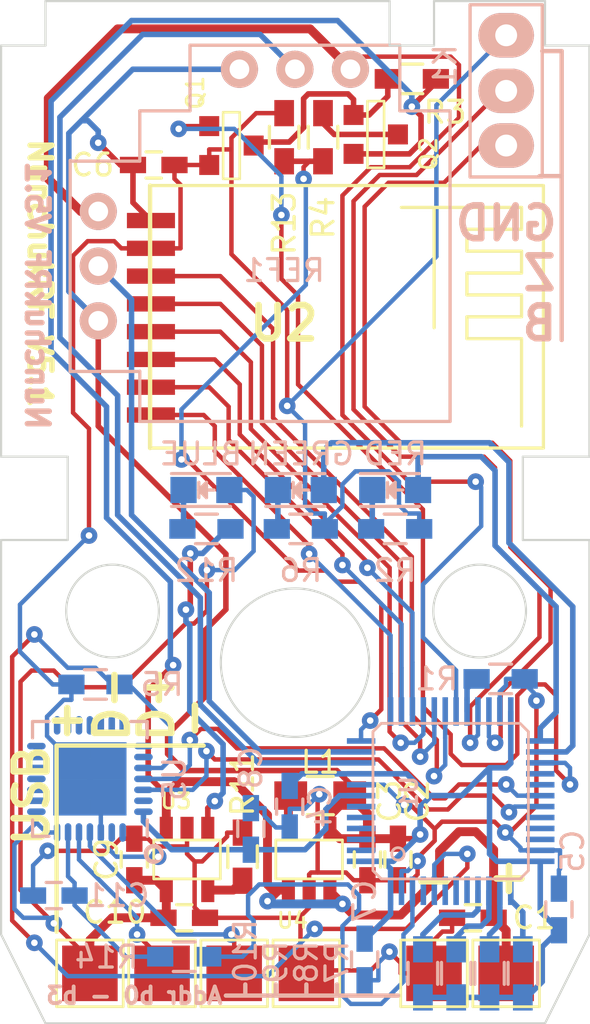
<source format=kicad_pcb>
(kicad_pcb (version 20171130) (host pcbnew "(5.1.12)-1")

  (general
    (thickness 1.6)
    (drawings 49)
    (tracks 744)
    (zones 0)
    (modules 44)
    (nets 41)
  )

  (page A3)
  (layers
    (0 F.Cu signal)
    (31 B.Cu signal)
    (32 B.Adhes user hide)
    (33 F.Adhes user hide)
    (34 B.Paste user hide)
    (35 F.Paste user hide)
    (36 B.SilkS user hide)
    (37 F.SilkS user hide)
    (38 B.Mask user hide)
    (39 F.Mask user hide)
    (40 Dwgs.User user hide)
    (41 Cmts.User user hide)
    (42 Eco1.User user hide)
    (43 Eco2.User user hide)
    (44 Edge.Cuts user)
  )

  (setup
    (last_trace_width 0.2032)
    (user_trace_width 0.254)
    (user_trace_width 0.3048)
    (user_trace_width 0.4064)
    (user_trace_width 0.635)
    (user_trace_width 1.27)
    (trace_clearance 0.1524)
    (zone_clearance 0.254)
    (zone_45_only no)
    (trace_min 0.2032)
    (via_size 0.762)
    (via_drill 0.3)
    (via_min_size 0.508)
    (via_min_drill 0.254)
    (uvia_size 0.254)
    (uvia_drill 0.127)
    (uvias_allowed no)
    (uvia_min_size 0.254)
    (uvia_min_drill 0.127)
    (edge_width 0.1)
    (segment_width 0.2)
    (pcb_text_width 0.3)
    (pcb_text_size 1.5 1.5)
    (mod_edge_width 0.15)
    (mod_text_size 1 1)
    (mod_text_width 0.15)
    (pad_size 2.032 2.54)
    (pad_drill 0)
    (pad_to_mask_clearance 0)
    (aux_axis_origin 0 0)
    (visible_elements 7FFFFFFF)
    (pcbplotparams
      (layerselection 0x010f0_80000001)
      (usegerberextensions true)
      (usegerberattributes true)
      (usegerberadvancedattributes true)
      (creategerberjobfile true)
      (excludeedgelayer true)
      (linewidth 0.100000)
      (plotframeref false)
      (viasonmask false)
      (mode 1)
      (useauxorigin false)
      (hpglpennumber 1)
      (hpglpenspeed 20)
      (hpglpendiameter 15.000000)
      (psnegative false)
      (psa4output false)
      (plotreference true)
      (plotvalue false)
      (plotinvisibletext false)
      (padsonsilk false)
      (subtractmaskfromsilk true)
      (outputformat 1)
      (mirror false)
      (drillshape 0)
      (scaleselection 1)
      (outputdirectory "Gerber files/"))
  )

  (net 0 "")
  (net 1 +BATT)
  (net 2 ADDR_SEL0)
  (net 3 ADDR_SEL1)
  (net 4 ADDR_SEL2)
  (net 5 ADDR_SEL3)
  (net 6 BOOT0)
  (net 7 CHUK_BT_C)
  (net 8 CHUK_BT_Z)
  (net 9 CHUK_P1_C)
  (net 10 CHUK_P2_C)
  (net 11 CHUK_P_GND)
  (net 12 GND)
  (net 13 NRF_CE)
  (net 14 NRF_CSN)
  (net 15 NRF_IRQ)
  (net 16 NRF_MISO)
  (net 17 NRF_MOSI)
  (net 18 NRF_SCK)
  (net 19 RESET)
  (net 20 RX_BOOT)
  (net 21 TX_BOOT)
  (net 22 VCC)
  (net 23 V_IN)
  (net 24 "Net-(D1-Pad2)")
  (net 25 "Net-(D1-Pad1)")
  (net 26 "Net-(D2-Pad2)")
  (net 27 "Net-(D2-Pad1)")
  (net 28 "Net-(D3-Pad2)")
  (net 29 "Net-(L1-Pad1)")
  (net 30 "Net-(P3-Pad1)")
  (net 31 "Net-(P6-Pad1)")
  (net 32 "Net-(R1-Pad1)")
  (net 33 "Net-(R11-Pad1)")
  (net 34 "Net-(R12-Pad2)")
  (net 35 BATT_MEASURE_ON)
  (net 36 "Net-(Q1-PadD)")
  (net 37 "Net-(Q2-PadD)")
  (net 38 BATT_MEASURE)
  (net 39 CP2102_ON)
  (net 40 "Net-(R14-Pad2)")

  (net_class Default "This is the default net class."
    (clearance 0.1524)
    (trace_width 0.2032)
    (via_dia 0.762)
    (via_drill 0.3)
    (uvia_dia 0.254)
    (uvia_drill 0.127)
    (add_net +BATT)
    (add_net ADDR_SEL0)
    (add_net ADDR_SEL1)
    (add_net ADDR_SEL2)
    (add_net ADDR_SEL3)
    (add_net BATT_MEASURE)
    (add_net BATT_MEASURE_ON)
    (add_net BOOT0)
    (add_net CHUK_BT_C)
    (add_net CHUK_BT_Z)
    (add_net CHUK_P1_C)
    (add_net CHUK_P2_C)
    (add_net CHUK_P_GND)
    (add_net CP2102_ON)
    (add_net GND)
    (add_net NRF_CE)
    (add_net NRF_CSN)
    (add_net NRF_IRQ)
    (add_net NRF_MISO)
    (add_net NRF_MOSI)
    (add_net NRF_SCK)
    (add_net "Net-(D1-Pad1)")
    (add_net "Net-(D1-Pad2)")
    (add_net "Net-(D2-Pad1)")
    (add_net "Net-(D2-Pad2)")
    (add_net "Net-(D3-Pad2)")
    (add_net "Net-(L1-Pad1)")
    (add_net "Net-(P3-Pad1)")
    (add_net "Net-(P6-Pad1)")
    (add_net "Net-(Q1-PadD)")
    (add_net "Net-(Q2-PadD)")
    (add_net "Net-(R1-Pad1)")
    (add_net "Net-(R11-Pad1)")
    (add_net "Net-(R12-Pad2)")
    (add_net "Net-(R14-Pad2)")
    (add_net RESET)
    (add_net RX_BOOT)
    (add_net TX_BOOT)
    (add_net VCC)
    (add_net V_IN)
  )

  (module LEDs:LED-0805 (layer B.Cu) (tedit 5620D2FC) (tstamp 55D314F5)
    (at 233.934 67.056)
    (descr "LED 0805 smd package")
    (tags "LED 0805 SMD")
    (path /55031FBD)
    (attr smd)
    (fp_text reference D1 (at 0 1.75) (layer B.SilkS) hide
      (effects (font (size 1 1) (thickness 0.15)) (justify mirror))
    )
    (fp_text value RED (at 0 -1.651) (layer B.SilkS)
      (effects (font (size 1 1) (thickness 0.15)) (justify mirror))
    )
    (fp_line (start -1.9 0.95) (end 1.9 0.95) (layer B.CrtYd) (width 0.05))
    (fp_line (start -1.9 -0.95) (end -1.9 0.95) (layer B.CrtYd) (width 0.05))
    (fp_line (start 1.9 -0.95) (end -1.9 -0.95) (layer B.CrtYd) (width 0.05))
    (fp_line (start 1.9 0.95) (end 1.9 -0.95) (layer B.CrtYd) (width 0.05))
    (fp_line (start 0 -0.35) (end -0.35 0) (layer B.SilkS) (width 0.15))
    (fp_line (start 0 0.35) (end 0 -0.35) (layer B.SilkS) (width 0.15))
    (fp_line (start -0.35 0) (end 0 0.35) (layer B.SilkS) (width 0.15))
    (fp_line (start 0 0) (end 0.35 0) (layer B.SilkS) (width 0.15))
    (fp_line (start -0.35 0.35) (end -0.35 -0.35) (layer B.SilkS) (width 0.15))
    (fp_line (start -0.1 0.1) (end -0.25 -0.05) (layer B.SilkS) (width 0.15))
    (fp_line (start -0.1 -0.15) (end -0.1 0.1) (layer B.SilkS) (width 0.15))
    (fp_line (start -1.6 0.75) (end 1.1 0.75) (layer B.SilkS) (width 0.15))
    (fp_line (start -1.6 -0.75) (end 1.1 -0.75) (layer B.SilkS) (width 0.15))
    (pad 1 smd rect (at 1.04902 0 90) (size 1.19888 1.19888) (layers B.Cu B.Paste B.Mask)
      (net 25 "Net-(D1-Pad1)"))
    (pad 2 smd rect (at -1.04902 0 180) (size 1.19888 1.19888) (layers B.Cu B.Paste B.Mask)
      (net 24 "Net-(D1-Pad2)"))
    (model LEDs.3dshapes/LED-0805.wrl
      (at (xyz 0 0 0))
      (scale (xyz 1 1 1))
      (rotate (xyz 0 0 0))
    )
  )

  (module LEDs:LED-0805 (layer B.Cu) (tedit 5620D2D3) (tstamp 55D314FA)
    (at 229.616 67.056)
    (descr "LED 0805 smd package")
    (tags "LED 0805 SMD")
    (path /550C130D)
    (attr smd)
    (fp_text reference D2 (at 0 1.75) (layer B.SilkS) hide
      (effects (font (size 1 1) (thickness 0.15)) (justify mirror))
    )
    (fp_text value GREEN (at 0 -1.651) (layer B.SilkS)
      (effects (font (size 1 1) (thickness 0.15)) (justify mirror))
    )
    (fp_line (start -1.9 0.95) (end 1.9 0.95) (layer B.CrtYd) (width 0.05))
    (fp_line (start -1.9 -0.95) (end -1.9 0.95) (layer B.CrtYd) (width 0.05))
    (fp_line (start 1.9 -0.95) (end -1.9 -0.95) (layer B.CrtYd) (width 0.05))
    (fp_line (start 1.9 0.95) (end 1.9 -0.95) (layer B.CrtYd) (width 0.05))
    (fp_line (start 0 -0.35) (end -0.35 0) (layer B.SilkS) (width 0.15))
    (fp_line (start 0 0.35) (end 0 -0.35) (layer B.SilkS) (width 0.15))
    (fp_line (start -0.35 0) (end 0 0.35) (layer B.SilkS) (width 0.15))
    (fp_line (start 0 0) (end 0.35 0) (layer B.SilkS) (width 0.15))
    (fp_line (start -0.35 0.35) (end -0.35 -0.35) (layer B.SilkS) (width 0.15))
    (fp_line (start -0.1 0.1) (end -0.25 -0.05) (layer B.SilkS) (width 0.15))
    (fp_line (start -0.1 -0.15) (end -0.1 0.1) (layer B.SilkS) (width 0.15))
    (fp_line (start -1.6 0.75) (end 1.1 0.75) (layer B.SilkS) (width 0.15))
    (fp_line (start -1.6 -0.75) (end 1.1 -0.75) (layer B.SilkS) (width 0.15))
    (pad 1 smd rect (at 1.04902 0 180) (size 1.19888 1.19888) (layers B.Cu B.Paste B.Mask)
      (net 27 "Net-(D2-Pad1)"))
    (pad 2 smd rect (at -1.04902 0 180) (size 1.19888 1.19888) (layers B.Cu B.Paste B.Mask)
      (net 26 "Net-(D2-Pad2)"))
    (model LEDs.3dshapes/LED-0805.wrl
      (at (xyz 0 0 0))
      (scale (xyz 1 1 1))
      (rotate (xyz 0 0 0))
    )
  )

  (module LEDs:LED-0805 (layer B.Cu) (tedit 5620D284) (tstamp 55D314FF)
    (at 225.298 67.056)
    (descr "LED 0805 smd package")
    (tags "LED 0805 SMD")
    (path /5595BA71)
    (attr smd)
    (fp_text reference D3 (at 0 1.75) (layer B.SilkS) hide
      (effects (font (size 1 1) (thickness 0.15)) (justify mirror))
    )
    (fp_text value BLUE (at -0.254 -1.651) (layer B.SilkS)
      (effects (font (size 1 1) (thickness 0.15)) (justify mirror))
    )
    (fp_line (start -1.9 0.95) (end 1.9 0.95) (layer B.CrtYd) (width 0.05))
    (fp_line (start -1.9 -0.95) (end -1.9 0.95) (layer B.CrtYd) (width 0.05))
    (fp_line (start 1.9 -0.95) (end -1.9 -0.95) (layer B.CrtYd) (width 0.05))
    (fp_line (start 1.9 0.95) (end 1.9 -0.95) (layer B.CrtYd) (width 0.05))
    (fp_line (start 0 -0.35) (end -0.35 0) (layer B.SilkS) (width 0.15))
    (fp_line (start 0 0.35) (end 0 -0.35) (layer B.SilkS) (width 0.15))
    (fp_line (start -0.35 0) (end 0 0.35) (layer B.SilkS) (width 0.15))
    (fp_line (start 0 0) (end 0.35 0) (layer B.SilkS) (width 0.15))
    (fp_line (start -0.35 0.35) (end -0.35 -0.35) (layer B.SilkS) (width 0.15))
    (fp_line (start -0.1 0.1) (end -0.25 -0.05) (layer B.SilkS) (width 0.15))
    (fp_line (start -0.1 -0.15) (end -0.1 0.1) (layer B.SilkS) (width 0.15))
    (fp_line (start -1.6 0.75) (end 1.1 0.75) (layer B.SilkS) (width 0.15))
    (fp_line (start -1.6 -0.75) (end 1.1 -0.75) (layer B.SilkS) (width 0.15))
    (pad 1 smd rect (at 1.04902 0 180) (size 1.19888 1.19888) (layers B.Cu B.Paste B.Mask)
      (net 23 V_IN))
    (pad 2 smd rect (at -1.04902 0 180) (size 1.19888 1.19888) (layers B.Cu B.Paste B.Mask)
      (net 28 "Net-(D3-Pad2)"))
    (model LEDs.3dshapes/LED-0805.wrl
      (at (xyz 0 0 0))
      (scale (xyz 1 1 1))
      (rotate (xyz 0 0 0))
    )
  )

  (module CRF1:CONN3_SMD (layer B.Cu) (tedit 5620C794) (tstamp 55E4A1F2)
    (at 239.014 48.808 270)
    (descr "Gold-Tek vertical wafer connector with 2.5mm pitch")
    (tags "wafer connector vertical")
    (path /550A40CD)
    (fp_text reference K1 (at -1.143 2.794 270) (layer B.SilkS)
      (effects (font (size 1 1) (thickness 0.15)) (justify mirror))
    )
    (fp_text value Buttons (at 1.103 -2.667 270) (layer B.SilkS) hide
      (effects (font (size 1 1) (thickness 0.15)) (justify mirror))
    )
    (fp_line (start -3.937 -1.651) (end -3.937 1.651) (layer B.SilkS) (width 0.15))
    (fp_line (start 3.937 -1.651) (end -3.937 -1.651) (layer B.SilkS) (width 0.15))
    (fp_line (start 3.937 1.651) (end 3.937 -1.651) (layer B.SilkS) (width 0.15))
    (fp_line (start -3.937 1.651) (end 3.937 1.651) (layer B.SilkS) (width 0.15))
    (pad 1 thru_hole oval (at -2.54 0 270) (size 2.032 2.54) (drill 1) (layers *.Cu *.Mask B.SilkS)
      (net 12 GND))
    (pad 2 thru_hole oval (at 0 0 270) (size 2.032 2.54) (drill 1) (layers *.Cu *.Mask B.SilkS)
      (net 8 CHUK_BT_Z))
    (pad 3 thru_hole oval (at 2.5 0 270) (size 2.032 2.54) (drill 1) (layers *.Cu *.Mask B.SilkS)
      (net 7 CHUK_BT_C))
    (model Connect.3dshapes/Wafer_Vertical10x5.8x7RM2.5-3.wrl
      (at (xyz 0 0 0))
      (scale (xyz 4 4 4))
      (rotate (xyz 0 0 0))
    )
  )

  (module Housings_DFN_QFN:QFN-28-1EP_5x5mm_Pitch0.5mm (layer B.Cu) (tedit 54130A77) (tstamp 55E4A05B)
    (at 219.964 80.264 90)
    (descr "28-Lead Plastic Quad Flat, No Lead Package (MQ) - 5x5x0.9 mm Body [QFN or VQFN]; (see Microchip Packaging Specification 00000049BS.pdf)")
    (tags "QFN 0.5")
    (path /55D31940)
    (attr smd)
    (fp_text reference U5 (at 0 3.875 90) (layer B.SilkS)
      (effects (font (size 1 1) (thickness 0.15)) (justify mirror))
    )
    (fp_text value CP2102 (at 0 -3.875 90) (layer B.Fab)
      (effects (font (size 1 1) (thickness 0.15)) (justify mirror))
    )
    (fp_line (start 2.625 2.625) (end 1.875 2.625) (layer B.SilkS) (width 0.15))
    (fp_line (start 2.625 -2.625) (end 1.875 -2.625) (layer B.SilkS) (width 0.15))
    (fp_line (start -2.625 -2.625) (end -1.875 -2.625) (layer B.SilkS) (width 0.15))
    (fp_line (start -2.625 2.625) (end -1.875 2.625) (layer B.SilkS) (width 0.15))
    (fp_line (start 2.625 -2.625) (end 2.625 -1.875) (layer B.SilkS) (width 0.15))
    (fp_line (start -2.625 -2.625) (end -2.625 -1.875) (layer B.SilkS) (width 0.15))
    (fp_line (start 2.625 2.625) (end 2.625 1.875) (layer B.SilkS) (width 0.15))
    (fp_line (start -3.15 -3.15) (end 3.15 -3.15) (layer B.CrtYd) (width 0.05))
    (fp_line (start -3.15 3.15) (end 3.15 3.15) (layer B.CrtYd) (width 0.05))
    (fp_line (start 3.15 3.15) (end 3.15 -3.15) (layer B.CrtYd) (width 0.05))
    (fp_line (start -3.15 3.15) (end -3.15 -3.15) (layer B.CrtYd) (width 0.05))
    (pad 1 smd oval (at -2.45 1.5 90) (size 0.85 0.3) (layers B.Cu B.Paste B.Mask)
      (solder_mask_margin 0.07112))
    (pad 2 smd oval (at -2.45 1 90) (size 0.85 0.3) (layers B.Cu B.Paste B.Mask)
      (solder_mask_margin 0.07112))
    (pad 3 smd oval (at -2.45 0.5 90) (size 0.85 0.3) (layers B.Cu B.Paste B.Mask)
      (net 12 GND) (solder_mask_margin 0.07112))
    (pad 4 smd oval (at -2.45 0 90) (size 0.85 0.3) (layers B.Cu B.Paste B.Mask)
      (net 31 "Net-(P6-Pad1)") (solder_mask_margin 0.07112))
    (pad 5 smd oval (at -2.45 -0.5 90) (size 0.85 0.3) (layers B.Cu B.Paste B.Mask)
      (net 30 "Net-(P3-Pad1)") (solder_mask_margin 0.07112))
    (pad 6 smd oval (at -2.45 -1 90) (size 0.85 0.3) (layers B.Cu B.Paste B.Mask)
      (net 39 CP2102_ON) (solder_mask_margin 0.07112))
    (pad 7 smd oval (at -2.45 -1.5 90) (size 0.85 0.3) (layers B.Cu B.Paste B.Mask)
      (net 23 V_IN) (solder_mask_margin 0.07112))
    (pad 8 smd oval (at -1.5 -2.45) (size 0.85 0.3) (layers B.Cu B.Paste B.Mask)
      (net 23 V_IN) (solder_mask_margin 0.07112))
    (pad 9 smd oval (at -1 -2.45) (size 0.85 0.3) (layers B.Cu B.Paste B.Mask)
      (solder_mask_margin 0.07112))
    (pad 10 smd oval (at -0.5 -2.45) (size 0.85 0.3) (layers B.Cu B.Paste B.Mask)
      (solder_mask_margin 0.07112))
    (pad 11 smd oval (at 0 -2.45) (size 0.85 0.3) (layers B.Cu B.Paste B.Mask)
      (solder_mask_margin 0.07112))
    (pad 12 smd oval (at 0.5 -2.45) (size 0.85 0.3) (layers B.Cu B.Paste B.Mask)
      (solder_mask_margin 0.07112))
    (pad 13 smd oval (at 1 -2.45) (size 0.85 0.3) (layers B.Cu B.Paste B.Mask)
      (solder_mask_margin 0.07112))
    (pad 14 smd oval (at 1.5 -2.45) (size 0.85 0.3) (layers B.Cu B.Paste B.Mask)
      (solder_mask_margin 0.07112))
    (pad 15 smd oval (at 2.45 -1.5 90) (size 0.85 0.3) (layers B.Cu B.Paste B.Mask)
      (solder_mask_margin 0.07112))
    (pad 16 smd oval (at 2.45 -1 90) (size 0.85 0.3) (layers B.Cu B.Paste B.Mask)
      (solder_mask_margin 0.07112))
    (pad 17 smd oval (at 2.45 -0.5 90) (size 0.85 0.3) (layers B.Cu B.Paste B.Mask)
      (solder_mask_margin 0.07112))
    (pad 18 smd oval (at 2.45 0 90) (size 0.85 0.3) (layers B.Cu B.Paste B.Mask)
      (solder_mask_margin 0.07112))
    (pad 19 smd oval (at 2.45 0.5 90) (size 0.85 0.3) (layers B.Cu B.Paste B.Mask)
      (solder_mask_margin 0.07112))
    (pad 20 smd oval (at 2.45 1 90) (size 0.85 0.3) (layers B.Cu B.Paste B.Mask)
      (solder_mask_margin 0.07112))
    (pad 21 smd oval (at 2.45 1.5 90) (size 0.85 0.3) (layers B.Cu B.Paste B.Mask)
      (solder_mask_margin 0.07112))
    (pad 22 smd oval (at 1.5 2.45) (size 0.85 0.3) (layers B.Cu B.Paste B.Mask)
      (solder_mask_margin 0.07112))
    (pad 23 smd oval (at 1 2.45) (size 0.85 0.3) (layers B.Cu B.Paste B.Mask)
      (solder_mask_margin 0.07112))
    (pad 24 smd oval (at 0.5 2.45) (size 0.85 0.3) (layers B.Cu B.Paste B.Mask)
      (net 6 BOOT0) (solder_mask_margin 0.07112))
    (pad 25 smd oval (at 0 2.45) (size 0.85 0.3) (layers B.Cu B.Paste B.Mask)
      (net 21 TX_BOOT) (solder_mask_margin 0.07112))
    (pad 26 smd oval (at -0.5 2.45) (size 0.85 0.3) (layers B.Cu B.Paste B.Mask)
      (net 20 RX_BOOT) (solder_mask_margin 0.07112))
    (pad 27 smd oval (at -1 2.45) (size 0.85 0.3) (layers B.Cu B.Paste B.Mask)
      (solder_mask_margin 0.07112))
    (pad 28 smd oval (at -1.5 2.45) (size 0.85 0.3) (layers B.Cu B.Paste B.Mask)
      (net 19 RESET) (solder_mask_margin 0.07112))
    (pad 29 smd rect (at 0.8375 -0.8375 90) (size 1.675 1.675) (layers B.Cu B.Paste B.Mask)
      (net 12 GND) (solder_mask_margin 0.07112) (solder_paste_margin -0.09906))
    (pad 29 smd rect (at 0.8375 0.8375 90) (size 1.675 1.675) (layers B.Cu B.Paste B.Mask)
      (net 12 GND) (solder_paste_margin_ratio -0.2))
    (pad 29 smd rect (at -0.8375 -0.8375 90) (size 1.675 1.675) (layers B.Cu B.Paste B.Mask)
      (net 12 GND) (solder_paste_margin_ratio -0.2))
    (pad 29 smd rect (at -0.8375 0.8375 90) (size 1.675 1.675) (layers B.Cu B.Paste B.Mask)
      (net 12 GND) (solder_paste_margin_ratio -0.2))
    (model Housings_DFN_QFN.3dshapes/QFN-28-1EP_5x5mm_Pitch0.5mm.wrl
      (at (xyz 0 0 0))
      (scale (xyz 1 1 1))
      (rotate (xyz 0 0 0))
    )
  )

  (module Resistors_SMD:R_0603_HandSoldering (layer B.Cu) (tedit 55D37450) (tstamp 55D42F3F)
    (at 238.76 75.692)
    (descr "Resistor SMD 0603, hand soldering")
    (tags "resistor 0603")
    (path /55031F95)
    (attr smd)
    (fp_text reference R1 (at -2.921 0) (layer B.SilkS)
      (effects (font (size 1 1) (thickness 0.15)) (justify mirror))
    )
    (fp_text value 2k (at 0 -1.9) (layer F.SilkS) hide
      (effects (font (size 1 1) (thickness 0.15)))
    )
    (fp_line (start -0.5 0.675) (end 0.5 0.675) (layer B.SilkS) (width 0.15))
    (fp_line (start 0.5 -0.675) (end -0.5 -0.675) (layer B.SilkS) (width 0.15))
    (fp_line (start 2 0.8) (end 2 -0.8) (layer B.CrtYd) (width 0.05))
    (fp_line (start -2 0.8) (end -2 -0.8) (layer B.CrtYd) (width 0.05))
    (fp_line (start -2 -0.8) (end 2 -0.8) (layer B.CrtYd) (width 0.05))
    (fp_line (start -2 0.8) (end 2 0.8) (layer B.CrtYd) (width 0.05))
    (pad 1 smd rect (at -1.1 0) (size 1.2 0.9) (layers B.Cu B.Paste B.Mask)
      (net 32 "Net-(R1-Pad1)"))
    (pad 2 smd rect (at 1.1 0) (size 1.2 0.9) (layers B.Cu B.Paste B.Mask)
      (net 12 GND))
    (model Resistors_SMD.3dshapes/R_0603_HandSoldering.wrl
      (at (xyz 0 0 0))
      (scale (xyz 1 1 1))
      (rotate (xyz 0 0 0))
    )
  )

  (module CRF1:chuk_stick_2 (layer B.Cu) (tedit 55D43FB3) (tstamp 558C555F)
    (at 229.347 56.8096 180)
    (path /550A3723)
    (fp_text reference REF1 (at 0.49276 -0.21336 180) (layer B.SilkS)
      (effects (font (size 1 1) (thickness 0.15)) (justify mirror))
    )
    (fp_text value CHUK_STICK (at -0.77724 -2.62636 180) (layer B.SilkS) hide
      (effects (font (size 1 1) (thickness 0.15)) (justify mirror))
    )
    (fp_line (start 4.8 10.088) (end -4.8 10.088) (layer B.SilkS) (width 0.15))
    (fp_line (start -4.8 10.088) (end -4.8 7.088) (layer B.SilkS) (width 0.15))
    (fp_line (start 4.8 10.088) (end 4.8 7.088) (layer B.SilkS) (width 0.15))
    (fp_line (start -4.8 7.088) (end -7.1 7.088) (layer B.SilkS) (width 0.15))
    (fp_line (start 4.8 7.088) (end 7.1 7.088) (layer B.SilkS) (width 0.15))
    (fp_line (start -7.1 7.088) (end -7.1 -7.112) (layer B.SilkS) (width 0.15))
    (fp_line (start -7.1 -7.112) (end 7.1 -7.112) (layer B.SilkS) (width 0.15))
    (fp_line (start 7.1 -7.112) (end 7.1 -4.812) (layer B.SilkS) (width 0.15))
    (fp_line (start 7.1 7.088) (end 7.1 4.788) (layer B.SilkS) (width 0.15))
    (fp_line (start 7.1 4.788) (end 10.287 4.788) (layer B.SilkS) (width 0.15))
    (fp_line (start 7.1 -4.826) (end 10.287 -4.826) (layer B.SilkS) (width 0.15))
    (fp_line (start 10.287 4.826) (end 10.287 -4.826) (layer B.SilkS) (width 0.15))
    (pad 2 thru_hole circle (at 0 8.988 180) (size 1.7 1.7) (drill 0.9) (layers *.Cu *.Mask B.SilkS)
      (net 9 CHUK_P1_C))
    (pad 1 thru_hole circle (at -2.54 8.988 180) (size 1.7 1.7) (drill 0.9) (layers *.Cu *.Mask B.SilkS)
      (net 11 CHUK_P_GND))
    (pad 3 thru_hole circle (at 2.54 8.988 180) (size 1.7 1.7) (drill 0.9) (layers *.Cu *.Mask B.SilkS)
      (net 22 VCC))
    (pad 4 thru_hole circle (at 9 2.488 180) (size 1.7 1.7) (drill 0.9) (layers *.Cu *.Mask B.SilkS)
      (net 11 CHUK_P_GND))
    (pad 5 thru_hole circle (at 9 -0.012 180) (size 1.7 1.7) (drill 0.9) (layers *.Cu *.Mask B.SilkS)
      (net 10 CHUK_P2_C))
    (pad 6 thru_hole circle (at 9 -2.512 180) (size 1.7 1.7) (drill 0.9) (layers *.Cu *.Mask B.SilkS)
      (net 22 VCC))
  )

  (module Capacitors_SMD:C_0603_HandSoldering (layer F.Cu) (tedit 55D37731) (tstamp 55D314BC)
    (at 237.49 86.614 180)
    (descr "Capacitor SMD 0603, hand soldering")
    (tags "capacitor 0603")
    (path /55951FEA)
    (attr smd)
    (fp_text reference C1 (at -2.794 0 180) (layer F.SilkS)
      (effects (font (size 1 1) (thickness 0.15)))
    )
    (fp_text value 10u (at 0 1.9 180) (layer F.SilkS) hide
      (effects (font (size 1 1) (thickness 0.15)))
    )
    (fp_line (start 0.35 0.6) (end -0.35 0.6) (layer F.SilkS) (width 0.15))
    (fp_line (start -0.35 -0.6) (end 0.35 -0.6) (layer F.SilkS) (width 0.15))
    (fp_line (start 1.85 -0.75) (end 1.85 0.75) (layer F.CrtYd) (width 0.05))
    (fp_line (start -1.85 -0.75) (end -1.85 0.75) (layer F.CrtYd) (width 0.05))
    (fp_line (start -1.85 0.75) (end 1.85 0.75) (layer F.CrtYd) (width 0.05))
    (fp_line (start -1.85 -0.75) (end 1.85 -0.75) (layer F.CrtYd) (width 0.05))
    (pad 1 smd rect (at -0.95 0 180) (size 1.2 0.75) (layers F.Cu F.Paste F.Mask)
      (net 1 +BATT))
    (pad 2 smd rect (at 0.95 0 180) (size 1.2 0.75) (layers F.Cu F.Paste F.Mask)
      (net 12 GND))
    (model Capacitors_SMD.3dshapes/C_0603_HandSoldering.wrl
      (at (xyz 0 0 0))
      (scale (xyz 1 1 1))
      (rotate (xyz 0 0 0))
    )
  )

  (module Capacitors_SMD:C_0603_HandSoldering (layer F.Cu) (tedit 55D37E5A) (tstamp 55D314C1)
    (at 234.061 83.947 270)
    (descr "Capacitor SMD 0603, hand soldering")
    (tags "capacitor 0603")
    (path /55951FF0)
    (attr smd)
    (fp_text reference C2 (at -2.667 -0.889 270) (layer F.SilkS)
      (effects (font (size 1 1) (thickness 0.15)))
    )
    (fp_text value 10u/6.3V (at 0 1.9 270) (layer F.SilkS) hide
      (effects (font (size 1 1) (thickness 0.15)))
    )
    (fp_line (start 0.35 0.6) (end -0.35 0.6) (layer F.SilkS) (width 0.15))
    (fp_line (start -0.35 -0.6) (end 0.35 -0.6) (layer F.SilkS) (width 0.15))
    (fp_line (start 1.85 -0.75) (end 1.85 0.75) (layer F.CrtYd) (width 0.05))
    (fp_line (start -1.85 -0.75) (end -1.85 0.75) (layer F.CrtYd) (width 0.05))
    (fp_line (start -1.85 0.75) (end 1.85 0.75) (layer F.CrtYd) (width 0.05))
    (fp_line (start -1.85 -0.75) (end 1.85 -0.75) (layer F.CrtYd) (width 0.05))
    (pad 1 smd rect (at -0.95 0 270) (size 1.2 0.75) (layers F.Cu F.Paste F.Mask)
      (net 22 VCC))
    (pad 2 smd rect (at 0.95 0 270) (size 1.2 0.75) (layers F.Cu F.Paste F.Mask)
      (net 12 GND))
    (model Capacitors_SMD.3dshapes/C_0603_HandSoldering.wrl
      (at (xyz 0 0 0))
      (scale (xyz 1 1 1))
      (rotate (xyz 0 0 0))
    )
  )

  (module Capacitors_SMD:C_0603_HandSoldering (layer F.Cu) (tedit 55D37702) (tstamp 55D314C6)
    (at 232.664 83.947 90)
    (descr "Capacitor SMD 0603, hand soldering")
    (tags "capacitor 0603")
    (path /55031F35)
    (attr smd)
    (fp_text reference C3 (at 2.667 1.016 90) (layer F.SilkS)
      (effects (font (size 1 1) (thickness 0.15)))
    )
    (fp_text value 2.2u (at 0 1.9 90) (layer F.SilkS) hide
      (effects (font (size 1 1) (thickness 0.15)))
    )
    (fp_line (start 0.35 0.6) (end -0.35 0.6) (layer F.SilkS) (width 0.15))
    (fp_line (start -0.35 -0.6) (end 0.35 -0.6) (layer F.SilkS) (width 0.15))
    (fp_line (start 1.85 -0.75) (end 1.85 0.75) (layer F.CrtYd) (width 0.05))
    (fp_line (start -1.85 -0.75) (end -1.85 0.75) (layer F.CrtYd) (width 0.05))
    (fp_line (start -1.85 0.75) (end 1.85 0.75) (layer F.CrtYd) (width 0.05))
    (fp_line (start -1.85 -0.75) (end 1.85 -0.75) (layer F.CrtYd) (width 0.05))
    (pad 1 smd rect (at -0.95 0 90) (size 1.2 0.75) (layers F.Cu F.Paste F.Mask)
      (net 12 GND))
    (pad 2 smd rect (at 0.95 0 90) (size 1.2 0.75) (layers F.Cu F.Paste F.Mask)
      (net 22 VCC))
    (model Capacitors_SMD.3dshapes/C_0603_HandSoldering.wrl
      (at (xyz 0 0 0))
      (scale (xyz 1 1 1))
      (rotate (xyz 0 0 0))
    )
  )

  (module Capacitors_SMD:C_0603_HandSoldering (layer B.Cu) (tedit 55D37494) (tstamp 55D37442)
    (at 229.108 81.534 90)
    (descr "Capacitor SMD 0603, hand soldering")
    (tags "capacitor 0603")
    (path /550A1E4F)
    (attr smd)
    (fp_text reference C4 (at 0 1.397 90) (layer B.SilkS)
      (effects (font (size 1 1) (thickness 0.15)) (justify mirror))
    )
    (fp_text value 2.2u (at 0 -1.9 90) (layer F.SilkS) hide
      (effects (font (size 1 1) (thickness 0.15)))
    )
    (fp_line (start 0.35 -0.6) (end -0.35 -0.6) (layer B.SilkS) (width 0.15))
    (fp_line (start -0.35 0.6) (end 0.35 0.6) (layer B.SilkS) (width 0.15))
    (fp_line (start 1.85 0.75) (end 1.85 -0.75) (layer B.CrtYd) (width 0.05))
    (fp_line (start -1.85 0.75) (end -1.85 -0.75) (layer B.CrtYd) (width 0.05))
    (fp_line (start -1.85 -0.75) (end 1.85 -0.75) (layer B.CrtYd) (width 0.05))
    (fp_line (start -1.85 0.75) (end 1.85 0.75) (layer B.CrtYd) (width 0.05))
    (pad 1 smd rect (at -0.95 0 90) (size 1.2 0.75) (layers B.Cu B.Paste B.Mask)
      (net 12 GND))
    (pad 2 smd rect (at 0.95 0 90) (size 1.2 0.75) (layers B.Cu B.Paste B.Mask)
      (net 22 VCC))
    (model Capacitors_SMD.3dshapes/C_0603_HandSoldering.wrl
      (at (xyz 0 0 0))
      (scale (xyz 1 1 1))
      (rotate (xyz 0 0 0))
    )
  )

  (module Capacitors_SMD:C_0603_HandSoldering (layer B.Cu) (tedit 55D508D2) (tstamp 55D314D0)
    (at 241.427 86.233 270)
    (descr "Capacitor SMD 0603, hand soldering")
    (tags "capacitor 0603")
    (path /550A1E75)
    (attr smd)
    (fp_text reference C5 (at -2.667 -0.635 270) (layer B.SilkS)
      (effects (font (size 1 1) (thickness 0.15)) (justify mirror))
    )
    (fp_text value 2.2u (at 0 -1.9 270) (layer F.SilkS) hide
      (effects (font (size 1 1) (thickness 0.15)))
    )
    (fp_line (start 0.35 -0.6) (end -0.35 -0.6) (layer B.SilkS) (width 0.15))
    (fp_line (start -0.35 0.6) (end 0.35 0.6) (layer B.SilkS) (width 0.15))
    (fp_line (start 1.85 0.75) (end 1.85 -0.75) (layer B.CrtYd) (width 0.05))
    (fp_line (start -1.85 0.75) (end -1.85 -0.75) (layer B.CrtYd) (width 0.05))
    (fp_line (start -1.85 -0.75) (end 1.85 -0.75) (layer B.CrtYd) (width 0.05))
    (fp_line (start -1.85 0.75) (end 1.85 0.75) (layer B.CrtYd) (width 0.05))
    (pad 1 smd rect (at -0.95 0 270) (size 1.2 0.75) (layers B.Cu B.Paste B.Mask)
      (net 12 GND))
    (pad 2 smd rect (at 0.95 0 270) (size 1.2 0.75) (layers B.Cu B.Paste B.Mask)
      (net 22 VCC))
    (model Capacitors_SMD.3dshapes/C_0603_HandSoldering.wrl
      (at (xyz 0 0 0))
      (scale (xyz 1 1 1))
      (rotate (xyz 0 0 0))
    )
  )

  (module Capacitors_SMD:C_0603_HandSoldering (layer F.Cu) (tedit 55D37F94) (tstamp 55D314D5)
    (at 222.885 52.197 180)
    (descr "Capacitor SMD 0603, hand soldering")
    (tags "capacitor 0603")
    (path /550A1E9C)
    (attr smd)
    (fp_text reference C6 (at 2.794 0 180) (layer F.SilkS)
      (effects (font (size 1 1) (thickness 0.15)))
    )
    (fp_text value 2.2u (at 0 1.9 180) (layer F.SilkS) hide
      (effects (font (size 1 1) (thickness 0.15)))
    )
    (fp_line (start 0.35 0.6) (end -0.35 0.6) (layer F.SilkS) (width 0.15))
    (fp_line (start -0.35 -0.6) (end 0.35 -0.6) (layer F.SilkS) (width 0.15))
    (fp_line (start 1.85 -0.75) (end 1.85 0.75) (layer F.CrtYd) (width 0.05))
    (fp_line (start -1.85 -0.75) (end -1.85 0.75) (layer F.CrtYd) (width 0.05))
    (fp_line (start -1.85 0.75) (end 1.85 0.75) (layer F.CrtYd) (width 0.05))
    (fp_line (start -1.85 -0.75) (end 1.85 -0.75) (layer F.CrtYd) (width 0.05))
    (pad 1 smd rect (at -0.95 0 180) (size 1.2 0.75) (layers F.Cu F.Paste F.Mask)
      (net 12 GND))
    (pad 2 smd rect (at 0.95 0 180) (size 1.2 0.75) (layers F.Cu F.Paste F.Mask)
      (net 22 VCC))
    (model Capacitors_SMD.3dshapes/C_0603_HandSoldering.wrl
      (at (xyz 0 0 0))
      (scale (xyz 1 1 1))
      (rotate (xyz 0 0 0))
    )
  )

  (module Capacitors_SMD:C_0603_HandSoldering (layer B.Cu) (tedit 55D508A5) (tstamp 55D314DA)
    (at 232.537 88.519 90)
    (descr "Capacitor SMD 0603, hand soldering")
    (tags "capacitor 0603")
    (path /550A6767)
    (attr smd)
    (fp_text reference C7 (at 2.667 0 90) (layer B.SilkS)
      (effects (font (size 1 1) (thickness 0.15)) (justify mirror))
    )
    (fp_text value 2.2u (at 0 -1.9 90) (layer F.SilkS) hide
      (effects (font (size 1 1) (thickness 0.15)))
    )
    (fp_line (start 0.35 -0.6) (end -0.35 -0.6) (layer B.SilkS) (width 0.15))
    (fp_line (start -0.35 0.6) (end 0.35 0.6) (layer B.SilkS) (width 0.15))
    (fp_line (start 1.85 0.75) (end 1.85 -0.75) (layer B.CrtYd) (width 0.05))
    (fp_line (start -1.85 0.75) (end -1.85 -0.75) (layer B.CrtYd) (width 0.05))
    (fp_line (start -1.85 -0.75) (end 1.85 -0.75) (layer B.CrtYd) (width 0.05))
    (fp_line (start -1.85 0.75) (end 1.85 0.75) (layer B.CrtYd) (width 0.05))
    (pad 1 smd rect (at -0.95 0 90) (size 1.2 0.75) (layers B.Cu B.Paste B.Mask)
      (net 12 GND))
    (pad 2 smd rect (at 0.95 0 90) (size 1.2 0.75) (layers B.Cu B.Paste B.Mask)
      (net 22 VCC))
    (model Capacitors_SMD.3dshapes/C_0603_HandSoldering.wrl
      (at (xyz 0 0 0))
      (scale (xyz 1 1 1))
      (rotate (xyz 0 0 0))
    )
  )

  (module Capacitors_SMD:C_0603_HandSoldering (layer B.Cu) (tedit 55D37478) (tstamp 55D3744F)
    (at 227.33 82.55 270)
    (descr "Capacitor SMD 0603, hand soldering")
    (tags "capacitor 0603")
    (path /55031FE9)
    (attr smd)
    (fp_text reference C8 (at -2.794 0 270) (layer B.SilkS)
      (effects (font (size 1 1) (thickness 0.15)) (justify mirror))
    )
    (fp_text value 100n (at 0 -1.9 270) (layer F.SilkS) hide
      (effects (font (size 1 1) (thickness 0.15)))
    )
    (fp_line (start 0.35 -0.6) (end -0.35 -0.6) (layer B.SilkS) (width 0.15))
    (fp_line (start -0.35 0.6) (end 0.35 0.6) (layer B.SilkS) (width 0.15))
    (fp_line (start 1.85 0.75) (end 1.85 -0.75) (layer B.CrtYd) (width 0.05))
    (fp_line (start -1.85 0.75) (end -1.85 -0.75) (layer B.CrtYd) (width 0.05))
    (fp_line (start -1.85 -0.75) (end 1.85 -0.75) (layer B.CrtYd) (width 0.05))
    (fp_line (start -1.85 0.75) (end 1.85 0.75) (layer B.CrtYd) (width 0.05))
    (pad 1 smd rect (at -0.95 0 270) (size 1.2 0.75) (layers B.Cu B.Paste B.Mask)
      (net 12 GND))
    (pad 2 smd rect (at 0.95 0 270) (size 1.2 0.75) (layers B.Cu B.Paste B.Mask)
      (net 19 RESET))
    (model Capacitors_SMD.3dshapes/C_0603_HandSoldering.wrl
      (at (xyz 0 0 0))
      (scale (xyz 1 1 1))
      (rotate (xyz 0 0 0))
    )
  )

  (module Capacitors_SMD:C_0603_HandSoldering (layer F.Cu) (tedit 55D376EA) (tstamp 55D314E4)
    (at 221.996 83.947 90)
    (descr "Capacitor SMD 0603, hand soldering")
    (tags "capacitor 0603")
    (path /5595BF35)
    (attr smd)
    (fp_text reference C9 (at 0 -1.27 90) (layer F.SilkS)
      (effects (font (size 1 1) (thickness 0.15)))
    )
    (fp_text value 10u (at 0 1.9 90) (layer F.SilkS) hide
      (effects (font (size 1 1) (thickness 0.15)))
    )
    (fp_line (start 0.35 0.6) (end -0.35 0.6) (layer F.SilkS) (width 0.15))
    (fp_line (start -0.35 -0.6) (end 0.35 -0.6) (layer F.SilkS) (width 0.15))
    (fp_line (start 1.85 -0.75) (end 1.85 0.75) (layer F.CrtYd) (width 0.05))
    (fp_line (start -1.85 -0.75) (end -1.85 0.75) (layer F.CrtYd) (width 0.05))
    (fp_line (start -1.85 0.75) (end 1.85 0.75) (layer F.CrtYd) (width 0.05))
    (fp_line (start -1.85 -0.75) (end 1.85 -0.75) (layer F.CrtYd) (width 0.05))
    (pad 1 smd rect (at -0.95 0 90) (size 1.2 0.75) (layers F.Cu F.Paste F.Mask)
      (net 23 V_IN))
    (pad 2 smd rect (at 0.95 0 90) (size 1.2 0.75) (layers F.Cu F.Paste F.Mask)
      (net 12 GND))
    (model Capacitors_SMD.3dshapes/C_0603_HandSoldering.wrl
      (at (xyz 0 0 0))
      (scale (xyz 1 1 1))
      (rotate (xyz 0 0 0))
    )
  )

  (module Capacitors_SMD:C_0603_HandSoldering (layer F.Cu) (tedit 55D37720) (tstamp 55D5091A)
    (at 224.282 86.614 180)
    (descr "Capacitor SMD 0603, hand soldering")
    (tags "capacitor 0603")
    (path /55D3805A)
    (attr smd)
    (fp_text reference C10 (at 3.175 0.254 180) (layer F.SilkS)
      (effects (font (size 1 1) (thickness 0.15)))
    )
    (fp_text value 2.2u (at 0 1.9 180) (layer F.SilkS) hide
      (effects (font (size 1 1) (thickness 0.15)))
    )
    (fp_line (start 0.35 0.6) (end -0.35 0.6) (layer F.SilkS) (width 0.15))
    (fp_line (start -0.35 -0.6) (end 0.35 -0.6) (layer F.SilkS) (width 0.15))
    (fp_line (start 1.85 -0.75) (end 1.85 0.75) (layer F.CrtYd) (width 0.05))
    (fp_line (start -1.85 -0.75) (end -1.85 0.75) (layer F.CrtYd) (width 0.05))
    (fp_line (start -1.85 0.75) (end 1.85 0.75) (layer F.CrtYd) (width 0.05))
    (fp_line (start -1.85 -0.75) (end 1.85 -0.75) (layer F.CrtYd) (width 0.05))
    (pad 1 smd rect (at -0.95 0 180) (size 1.2 0.75) (layers F.Cu F.Paste F.Mask)
      (net 12 GND))
    (pad 2 smd rect (at 0.95 0 180) (size 1.2 0.75) (layers F.Cu F.Paste F.Mask)
      (net 23 V_IN))
    (model Capacitors_SMD.3dshapes/C_0603_HandSoldering.wrl
      (at (xyz 0 0 0))
      (scale (xyz 1 1 1))
      (rotate (xyz 0 0 0))
    )
  )

  (module Capacitors_SMD:C_0603_HandSoldering (layer B.Cu) (tedit 55D508B6) (tstamp 55D314F4)
    (at 218.313 85.598)
    (descr "Capacitor SMD 0603, hand soldering")
    (tags "capacitor 0603")
    (path /55D380E8)
    (attr smd)
    (fp_text reference C11 (at 2.921 0) (layer B.SilkS)
      (effects (font (size 1 1) (thickness 0.15)) (justify mirror))
    )
    (fp_text value 2.2u (at 0 -1.9) (layer F.SilkS) hide
      (effects (font (size 1 1) (thickness 0.15)))
    )
    (fp_line (start 0.35 -0.6) (end -0.35 -0.6) (layer B.SilkS) (width 0.15))
    (fp_line (start -0.35 0.6) (end 0.35 0.6) (layer B.SilkS) (width 0.15))
    (fp_line (start 1.85 0.75) (end 1.85 -0.75) (layer B.CrtYd) (width 0.05))
    (fp_line (start -1.85 0.75) (end -1.85 -0.75) (layer B.CrtYd) (width 0.05))
    (fp_line (start -1.85 -0.75) (end 1.85 -0.75) (layer B.CrtYd) (width 0.05))
    (fp_line (start -1.85 0.75) (end 1.85 0.75) (layer B.CrtYd) (width 0.05))
    (pad 1 smd rect (at -0.95 0) (size 1.2 0.75) (layers B.Cu B.Paste B.Mask)
      (net 12 GND))
    (pad 2 smd rect (at 0.95 0) (size 1.2 0.75) (layers B.Cu B.Paste B.Mask)
      (net 39 CP2102_ON))
    (model Capacitors_SMD.3dshapes/C_0603_HandSoldering.wrl
      (at (xyz 0 0 0))
      (scale (xyz 1 1 1))
      (rotate (xyz 0 0 0))
    )
  )

  (module Resistors_SMD:R_0805_HandSoldering (layer F.Cu) (tedit 55D37708) (tstamp 55D37428)
    (at 230.505 81.026)
    (descr "Resistor SMD 0805, hand soldering")
    (tags "resistor 0805")
    (path /559522EB)
    (attr smd)
    (fp_text reference L1 (at 0 -1.524) (layer F.SilkS)
      (effects (font (size 1 1) (thickness 0.15)))
    )
    (fp_text value 2.2uH (at 0 2.1) (layer F.SilkS) hide
      (effects (font (size 1 1) (thickness 0.15)))
    )
    (fp_line (start -0.6 -0.875) (end 0.6 -0.875) (layer F.SilkS) (width 0.15))
    (fp_line (start 0.6 0.875) (end -0.6 0.875) (layer F.SilkS) (width 0.15))
    (fp_line (start 2.4 -1) (end 2.4 1) (layer F.CrtYd) (width 0.05))
    (fp_line (start -2.4 -1) (end -2.4 1) (layer F.CrtYd) (width 0.05))
    (fp_line (start -2.4 1) (end 2.4 1) (layer F.CrtYd) (width 0.05))
    (fp_line (start -2.4 -1) (end 2.4 -1) (layer F.CrtYd) (width 0.05))
    (pad 1 smd rect (at -1.35 0) (size 1.5 1.3) (layers F.Cu F.Paste F.Mask)
      (net 29 "Net-(L1-Pad1)"))
    (pad 2 smd rect (at 1.35 0) (size 1.5 1.3) (layers F.Cu F.Paste F.Mask)
      (net 22 VCC))
    (model Resistors_SMD.3dshapes/R_0805_HandSoldering.wrl
      (at (xyz 0 0 0))
      (scale (xyz 1 1 1))
      (rotate (xyz 0 0 0))
    )
  )

  (module Resistors_SMD:R_0603_HandSoldering (layer B.Cu) (tedit 55D37514) (tstamp 55D31531)
    (at 233.934 68.834)
    (descr "Resistor SMD 0603, hand soldering")
    (tags "resistor 0603")
    (path /55031FC4)
    (attr smd)
    (fp_text reference R2 (at 0 1.9) (layer B.SilkS)
      (effects (font (size 1 1) (thickness 0.15)) (justify mirror))
    )
    (fp_text value 1k (at 0 -1.9) (layer F.SilkS) hide
      (effects (font (size 1 1) (thickness 0.15)))
    )
    (fp_line (start -0.5 0.675) (end 0.5 0.675) (layer B.SilkS) (width 0.15))
    (fp_line (start 0.5 -0.675) (end -0.5 -0.675) (layer B.SilkS) (width 0.15))
    (fp_line (start 2 0.8) (end 2 -0.8) (layer B.CrtYd) (width 0.05))
    (fp_line (start -2 0.8) (end -2 -0.8) (layer B.CrtYd) (width 0.05))
    (fp_line (start -2 -0.8) (end 2 -0.8) (layer B.CrtYd) (width 0.05))
    (fp_line (start -2 0.8) (end 2 0.8) (layer B.CrtYd) (width 0.05))
    (pad 1 smd rect (at -1.1 0) (size 1.2 0.9) (layers B.Cu B.Paste B.Mask)
      (net 24 "Net-(D1-Pad2)"))
    (pad 2 smd rect (at 1.1 0) (size 1.2 0.9) (layers B.Cu B.Paste B.Mask)
      (net 12 GND))
    (model Resistors_SMD.3dshapes/R_0603_HandSoldering.wrl
      (at (xyz 0 0 0))
      (scale (xyz 1 1 1))
      (rotate (xyz 0 0 0))
    )
  )

  (module Resistors_SMD:R_0603_HandSoldering (layer B.Cu) (tedit 55D376D9) (tstamp 55D31536)
    (at 220.218 75.946 180)
    (descr "Resistor SMD 0603, hand soldering")
    (tags "resistor 0603")
    (path /5503201C)
    (attr smd)
    (fp_text reference R5 (at -3.048 0 180) (layer B.SilkS)
      (effects (font (size 1 1) (thickness 0.15)) (justify mirror))
    )
    (fp_text value 2k (at 0 -1.9 180) (layer F.SilkS) hide
      (effects (font (size 1 1) (thickness 0.15)))
    )
    (fp_line (start -0.5 0.675) (end 0.5 0.675) (layer B.SilkS) (width 0.15))
    (fp_line (start 0.5 -0.675) (end -0.5 -0.675) (layer B.SilkS) (width 0.15))
    (fp_line (start 2 0.8) (end 2 -0.8) (layer B.CrtYd) (width 0.05))
    (fp_line (start -2 0.8) (end -2 -0.8) (layer B.CrtYd) (width 0.05))
    (fp_line (start -2 -0.8) (end 2 -0.8) (layer B.CrtYd) (width 0.05))
    (fp_line (start -2 0.8) (end 2 0.8) (layer B.CrtYd) (width 0.05))
    (pad 1 smd rect (at -1.1 0 180) (size 1.2 0.9) (layers B.Cu B.Paste B.Mask)
      (net 6 BOOT0))
    (pad 2 smd rect (at 1.1 0 180) (size 1.2 0.9) (layers B.Cu B.Paste B.Mask)
      (net 12 GND))
    (model Resistors_SMD.3dshapes/R_0603_HandSoldering.wrl
      (at (xyz 0 0 0))
      (scale (xyz 1 1 1))
      (rotate (xyz 0 0 0))
    )
  )

  (module Resistors_SMD:R_0603_HandSoldering (layer B.Cu) (tedit 55D37519) (tstamp 55D3153B)
    (at 229.616 68.834)
    (descr "Resistor SMD 0603, hand soldering")
    (tags "resistor 0603")
    (path /550C1313)
    (attr smd)
    (fp_text reference R6 (at 0 1.9) (layer B.SilkS)
      (effects (font (size 1 1) (thickness 0.15)) (justify mirror))
    )
    (fp_text value 1k (at 0 -1.9) (layer F.SilkS) hide
      (effects (font (size 1 1) (thickness 0.15)))
    )
    (fp_line (start -0.5 0.675) (end 0.5 0.675) (layer B.SilkS) (width 0.15))
    (fp_line (start 0.5 -0.675) (end -0.5 -0.675) (layer B.SilkS) (width 0.15))
    (fp_line (start 2 0.8) (end 2 -0.8) (layer B.CrtYd) (width 0.05))
    (fp_line (start -2 0.8) (end -2 -0.8) (layer B.CrtYd) (width 0.05))
    (fp_line (start -2 -0.8) (end 2 -0.8) (layer B.CrtYd) (width 0.05))
    (fp_line (start -2 0.8) (end 2 0.8) (layer B.CrtYd) (width 0.05))
    (pad 1 smd rect (at -1.1 0) (size 1.2 0.9) (layers B.Cu B.Paste B.Mask)
      (net 26 "Net-(D2-Pad2)"))
    (pad 2 smd rect (at 1.1 0) (size 1.2 0.9) (layers B.Cu B.Paste B.Mask)
      (net 12 GND))
    (model Resistors_SMD.3dshapes/R_0603_HandSoldering.wrl
      (at (xyz 0 0 0))
      (scale (xyz 1 1 1))
      (rotate (xyz 0 0 0))
    )
  )

  (module Resistors_SMD:R_0603_HandSoldering (layer B.Cu) (tedit 55D50899) (tstamp 55D31540)
    (at 239.776 89.154 90)
    (descr "Resistor SMD 0603, hand soldering")
    (tags "resistor 0603")
    (path /550C2F09)
    (attr smd)
    (fp_text reference R7 (at 0.508 -8.509 90) (layer B.SilkS)
      (effects (font (size 1 1) (thickness 0.15)) (justify mirror))
    )
    (fp_text value 1k (at 0 -1.9 90) (layer F.SilkS) hide
      (effects (font (size 1 1) (thickness 0.15)))
    )
    (fp_line (start -0.5 0.675) (end 0.5 0.675) (layer B.SilkS) (width 0.15))
    (fp_line (start 0.5 -0.675) (end -0.5 -0.675) (layer B.SilkS) (width 0.15))
    (fp_line (start 2 0.8) (end 2 -0.8) (layer B.CrtYd) (width 0.05))
    (fp_line (start -2 0.8) (end -2 -0.8) (layer B.CrtYd) (width 0.05))
    (fp_line (start -2 -0.8) (end 2 -0.8) (layer B.CrtYd) (width 0.05))
    (fp_line (start -2 0.8) (end 2 0.8) (layer B.CrtYd) (width 0.05))
    (pad 1 smd rect (at -1.1 0 90) (size 1.2 0.9) (layers B.Cu B.Paste B.Mask)
      (net 22 VCC))
    (pad 2 smd rect (at 1.1 0 90) (size 1.2 0.9) (layers B.Cu B.Paste B.Mask)
      (net 2 ADDR_SEL0))
    (model Resistors_SMD.3dshapes/R_0603_HandSoldering.wrl
      (at (xyz 0 0 0))
      (scale (xyz 1 1 1))
      (rotate (xyz 0 0 0))
    )
  )

  (module Resistors_SMD:R_0603_HandSoldering (layer B.Cu) (tedit 55D5089E) (tstamp 55D31545)
    (at 238.252 89.154 90)
    (descr "Resistor SMD 0603, hand soldering")
    (tags "resistor 0603")
    (path /550C2EBB)
    (attr smd)
    (fp_text reference R8 (at 0.508 -8.382 90) (layer B.SilkS)
      (effects (font (size 1 1) (thickness 0.15)) (justify mirror))
    )
    (fp_text value 1k (at 0 -1.9 90) (layer F.SilkS) hide
      (effects (font (size 1 1) (thickness 0.15)))
    )
    (fp_line (start -0.5 0.675) (end 0.5 0.675) (layer B.SilkS) (width 0.15))
    (fp_line (start 0.5 -0.675) (end -0.5 -0.675) (layer B.SilkS) (width 0.15))
    (fp_line (start 2 0.8) (end 2 -0.8) (layer B.CrtYd) (width 0.05))
    (fp_line (start -2 0.8) (end -2 -0.8) (layer B.CrtYd) (width 0.05))
    (fp_line (start -2 -0.8) (end 2 -0.8) (layer B.CrtYd) (width 0.05))
    (fp_line (start -2 0.8) (end 2 0.8) (layer B.CrtYd) (width 0.05))
    (pad 1 smd rect (at -1.1 0 90) (size 1.2 0.9) (layers B.Cu B.Paste B.Mask)
      (net 22 VCC))
    (pad 2 smd rect (at 1.1 0 90) (size 1.2 0.9) (layers B.Cu B.Paste B.Mask)
      (net 3 ADDR_SEL1))
    (model Resistors_SMD.3dshapes/R_0603_HandSoldering.wrl
      (at (xyz 0 0 0))
      (scale (xyz 1 1 1))
      (rotate (xyz 0 0 0))
    )
  )

  (module Resistors_SMD:R_0603_HandSoldering (layer B.Cu) (tedit 55D5088C) (tstamp 55D3154A)
    (at 236.728 89.154 90)
    (descr "Resistor SMD 0603, hand soldering")
    (tags "resistor 0603")
    (path /550C2E7D)
    (attr smd)
    (fp_text reference R9 (at 0.508 -8.255 90) (layer B.SilkS)
      (effects (font (size 1 1) (thickness 0.15)) (justify mirror))
    )
    (fp_text value 1k (at 0 -1.9 90) (layer F.SilkS) hide
      (effects (font (size 1 1) (thickness 0.15)))
    )
    (fp_line (start -0.5 0.675) (end 0.5 0.675) (layer B.SilkS) (width 0.15))
    (fp_line (start 0.5 -0.675) (end -0.5 -0.675) (layer B.SilkS) (width 0.15))
    (fp_line (start 2 0.8) (end 2 -0.8) (layer B.CrtYd) (width 0.05))
    (fp_line (start -2 0.8) (end -2 -0.8) (layer B.CrtYd) (width 0.05))
    (fp_line (start -2 -0.8) (end 2 -0.8) (layer B.CrtYd) (width 0.05))
    (fp_line (start -2 0.8) (end 2 0.8) (layer B.CrtYd) (width 0.05))
    (pad 1 smd rect (at -1.1 0 90) (size 1.2 0.9) (layers B.Cu B.Paste B.Mask)
      (net 22 VCC))
    (pad 2 smd rect (at 1.1 0 90) (size 1.2 0.9) (layers B.Cu B.Paste B.Mask)
      (net 4 ADDR_SEL2))
    (model Resistors_SMD.3dshapes/R_0603_HandSoldering.wrl
      (at (xyz 0 0 0))
      (scale (xyz 1 1 1))
      (rotate (xyz 0 0 0))
    )
  )

  (module Resistors_SMD:R_0603_HandSoldering (layer B.Cu) (tedit 55D50902) (tstamp 55D3154F)
    (at 235.204 89.154 90)
    (descr "Resistor SMD 0603, hand soldering")
    (tags "resistor 0603")
    (path /550C2D8C)
    (attr smd)
    (fp_text reference R10 (at 1.016 -8.128 90) (layer B.SilkS)
      (effects (font (size 1 1) (thickness 0.15)) (justify mirror))
    )
    (fp_text value 1k (at 0 -1.9 90) (layer F.SilkS) hide
      (effects (font (size 1 1) (thickness 0.15)))
    )
    (fp_line (start -0.5 0.675) (end 0.5 0.675) (layer B.SilkS) (width 0.15))
    (fp_line (start 0.5 -0.675) (end -0.5 -0.675) (layer B.SilkS) (width 0.15))
    (fp_line (start 2 0.8) (end 2 -0.8) (layer B.CrtYd) (width 0.05))
    (fp_line (start -2 0.8) (end -2 -0.8) (layer B.CrtYd) (width 0.05))
    (fp_line (start -2 -0.8) (end 2 -0.8) (layer B.CrtYd) (width 0.05))
    (fp_line (start -2 0.8) (end 2 0.8) (layer B.CrtYd) (width 0.05))
    (pad 1 smd rect (at -1.1 0 90) (size 1.2 0.9) (layers B.Cu B.Paste B.Mask)
      (net 22 VCC))
    (pad 2 smd rect (at 1.1 0 90) (size 1.2 0.9) (layers B.Cu B.Paste B.Mask)
      (net 5 ADDR_SEL3))
    (model Resistors_SMD.3dshapes/R_0603_HandSoldering.wrl
      (at (xyz 0 0 0))
      (scale (xyz 1 1 1))
      (rotate (xyz 0 0 0))
    )
  )

  (module Resistors_SMD:R_0603_HandSoldering (layer F.Cu) (tedit 55D37712) (tstamp 55D3741B)
    (at 226.949 83.82 90)
    (descr "Resistor SMD 0603, hand soldering")
    (tags "resistor 0603")
    (path /559448C1)
    (attr smd)
    (fp_text reference R11 (at 3.302 0 90) (layer F.SilkS)
      (effects (font (size 1 1) (thickness 0.15)))
    )
    (fp_text value 2K (at 0 1.9 90) (layer F.SilkS) hide
      (effects (font (size 1 1) (thickness 0.15)))
    )
    (fp_line (start -0.5 -0.675) (end 0.5 -0.675) (layer F.SilkS) (width 0.15))
    (fp_line (start 0.5 0.675) (end -0.5 0.675) (layer F.SilkS) (width 0.15))
    (fp_line (start 2 -0.8) (end 2 0.8) (layer F.CrtYd) (width 0.05))
    (fp_line (start -2 -0.8) (end -2 0.8) (layer F.CrtYd) (width 0.05))
    (fp_line (start -2 0.8) (end 2 0.8) (layer F.CrtYd) (width 0.05))
    (fp_line (start -2 -0.8) (end 2 -0.8) (layer F.CrtYd) (width 0.05))
    (pad 1 smd rect (at -1.1 0 90) (size 1.2 0.9) (layers F.Cu F.Paste F.Mask)
      (net 33 "Net-(R11-Pad1)"))
    (pad 2 smd rect (at 1.1 0 90) (size 1.2 0.9) (layers F.Cu F.Paste F.Mask)
      (net 12 GND))
    (model Resistors_SMD.3dshapes/R_0603_HandSoldering.wrl
      (at (xyz 0 0 0))
      (scale (xyz 1 1 1))
      (rotate (xyz 0 0 0))
    )
  )

  (module Resistors_SMD:R_0603_HandSoldering (layer B.Cu) (tedit 55D3751D) (tstamp 55D31559)
    (at 225.298 68.834)
    (descr "Resistor SMD 0603, hand soldering")
    (tags "resistor 0603")
    (path /5595BA81)
    (attr smd)
    (fp_text reference R12 (at 0 1.9) (layer B.SilkS)
      (effects (font (size 1 1) (thickness 0.15)) (justify mirror))
    )
    (fp_text value 470 (at 0 -1.9) (layer F.SilkS) hide
      (effects (font (size 1 1) (thickness 0.15)))
    )
    (fp_line (start -0.5 0.675) (end 0.5 0.675) (layer B.SilkS) (width 0.15))
    (fp_line (start 0.5 -0.675) (end -0.5 -0.675) (layer B.SilkS) (width 0.15))
    (fp_line (start 2 0.8) (end 2 -0.8) (layer B.CrtYd) (width 0.05))
    (fp_line (start -2 0.8) (end -2 -0.8) (layer B.CrtYd) (width 0.05))
    (fp_line (start -2 -0.8) (end 2 -0.8) (layer B.CrtYd) (width 0.05))
    (fp_line (start -2 0.8) (end 2 0.8) (layer B.CrtYd) (width 0.05))
    (pad 1 smd rect (at -1.1 0) (size 1.2 0.9) (layers B.Cu B.Paste B.Mask)
      (net 28 "Net-(D3-Pad2)"))
    (pad 2 smd rect (at 1.1 0) (size 1.2 0.9) (layers B.Cu B.Paste B.Mask)
      (net 34 "Net-(R12-Pad2)"))
    (model Resistors_SMD.3dshapes/R_0603_HandSoldering.wrl
      (at (xyz 0 0 0))
      (scale (xyz 1 1 1))
      (rotate (xyz 0 0 0))
    )
  )

  (module CRF1:lqfp48_pad_mod (layer B.Cu) (tedit 55D37452) (tstamp 55D3155E)
    (at 236.474 81.28 90)
    (descr LQFP-48)
    (path /55031F22)
    (fp_text reference U1 (at 0.381 -1.905 90) (layer B.SilkS)
      (effects (font (size 0.7493 0.7493) (thickness 0.14986)) (justify mirror))
    )
    (fp_text value STM32F100C6 (at 0 1.143 90) (layer B.SilkS) hide
      (effects (font (size 0.7493 0.7493) (thickness 0.14986)) (justify mirror))
    )
    (fp_line (start 3.556 3.175) (end 3.556 -3.175) (layer B.SilkS) (width 0.127))
    (fp_line (start 3.175 3.556) (end 3.556 3.175) (layer B.SilkS) (width 0.127))
    (fp_line (start -3.175 3.556) (end 3.175 3.556) (layer B.SilkS) (width 0.127))
    (fp_line (start -3.556 3.175) (end -3.175 3.556) (layer B.SilkS) (width 0.127))
    (fp_line (start -3.556 -3.175) (end -3.556 3.175) (layer B.SilkS) (width 0.127))
    (fp_line (start -3.175 -3.556) (end -3.556 -3.175) (layer B.SilkS) (width 0.127))
    (fp_line (start 3.175 -3.556) (end -3.175 -3.556) (layer B.SilkS) (width 0.127))
    (fp_line (start 3.556 -3.175) (end 3.175 -3.556) (layer B.SilkS) (width 0.127))
    (fp_circle (center -2.413 -2.413) (end -2.667 -2.54) (layer B.SilkS) (width 0.127))
    (pad 4 smd rect (at -1.24968 -4.09956 90) (size 0.254 1.30048) (layers B.Cu B.Paste B.Mask))
    (pad 5 smd rect (at -0.7493 -4.09956 90) (size 0.254 1.30048) (layers B.Cu B.Paste B.Mask))
    (pad 6 smd rect (at -0.24892 -4.09956 90) (size 0.254 1.30048) (layers B.Cu B.Paste B.Mask))
    (pad 7 smd rect (at 0.24892 -4.09956 90) (size 0.254 1.30048) (layers B.Cu B.Paste B.Mask)
      (net 19 RESET))
    (pad 8 smd rect (at 0.7493 -4.09956 90) (size 0.254 1.30048) (layers B.Cu B.Paste B.Mask)
      (net 12 GND))
    (pad 1 smd rect (at -2.75082 -4.09956 90) (size 0.254 1.30048) (layers B.Cu B.Paste B.Mask)
      (net 22 VCC))
    (pad 2 smd rect (at -2.25044 -4.09956 90) (size 0.254 1.30048) (layers B.Cu B.Paste B.Mask))
    (pad 3 smd rect (at -1.75006 -4.09956 90) (size 0.254 1.30048) (layers B.Cu B.Paste B.Mask))
    (pad 13 smd rect (at 4.09956 -2.75082 90) (size 1.30048 0.254) (layers B.Cu B.Paste B.Mask)
      (net 15 NRF_IRQ))
    (pad 14 smd rect (at 4.09956 -2.25044 90) (size 1.30048 0.254) (layers B.Cu B.Paste B.Mask)
      (net 16 NRF_MISO))
    (pad 15 smd rect (at 4.09956 -1.75006 90) (size 1.30048 0.254) (layers B.Cu B.Paste B.Mask)
      (net 17 NRF_MOSI))
    (pad 16 smd rect (at 4.09956 -1.24968 90) (size 1.30048 0.254) (layers B.Cu B.Paste B.Mask)
      (net 18 NRF_SCK))
    (pad 17 smd rect (at 4.09956 -0.7493 90) (size 1.30048 0.254) (layers B.Cu B.Paste B.Mask)
      (net 14 NRF_CSN))
    (pad 18 smd rect (at 4.09956 -0.24892 90) (size 1.30048 0.254) (layers B.Cu B.Paste B.Mask)
      (net 13 NRF_CE))
    (pad 19 smd rect (at 4.09956 0.24892 90) (size 1.30048 0.254) (layers B.Cu B.Paste B.Mask)
      (net 11 CHUK_P_GND))
    (pad 20 smd rect (at 4.09956 0.7493 90) (size 1.30048 0.254) (layers B.Cu B.Paste B.Mask)
      (net 32 "Net-(R1-Pad1)"))
    (pad 25 smd rect (at 2.75082 4.09956 90) (size 0.254 1.30048) (layers B.Cu B.Paste B.Mask)
      (net 25 "Net-(D1-Pad1)"))
    (pad 26 smd rect (at 2.25044 4.09956 90) (size 0.254 1.30048) (layers B.Cu B.Paste B.Mask)
      (net 27 "Net-(D2-Pad1)"))
    (pad 27 smd rect (at 1.75006 4.09956 90) (size 0.254 1.30048) (layers B.Cu B.Paste B.Mask)
      (net 35 BATT_MEASURE_ON))
    (pad 28 smd rect (at 1.24968 4.09956 90) (size 0.254 1.30048) (layers B.Cu B.Paste B.Mask))
    (pad 29 smd rect (at 0.7493 4.09956 90) (size 0.254 1.30048) (layers B.Cu B.Paste B.Mask))
    (pad 30 smd rect (at 0.24892 4.09956 90) (size 0.254 1.30048) (layers B.Cu B.Paste B.Mask)
      (net 21 TX_BOOT))
    (pad 31 smd rect (at -0.24892 4.09956 90) (size 0.254 1.30048) (layers B.Cu B.Paste B.Mask)
      (net 20 RX_BOOT))
    (pad 32 smd rect (at -0.7493 4.09956 90) (size 0.254 1.30048) (layers B.Cu B.Paste B.Mask))
    (pad 37 smd rect (at -4.09956 2.75082 90) (size 1.30048 0.254) (layers B.Cu B.Paste B.Mask)
      (net 2 ADDR_SEL0))
    (pad 38 smd rect (at -4.09956 2.25044 90) (size 1.30048 0.254) (layers B.Cu B.Paste B.Mask)
      (net 3 ADDR_SEL1))
    (pad 39 smd rect (at -4.09956 1.75006 90) (size 1.30048 0.254) (layers B.Cu B.Paste B.Mask)
      (net 4 ADDR_SEL2))
    (pad 40 smd rect (at -4.09956 1.24968 90) (size 1.30048 0.254) (layers B.Cu B.Paste B.Mask)
      (net 5 ADDR_SEL3))
    (pad 41 smd rect (at -4.09956 0.7493 90) (size 1.30048 0.254) (layers B.Cu B.Paste B.Mask))
    (pad 42 smd rect (at -4.09956 0.24892 90) (size 1.30048 0.254) (layers B.Cu B.Paste B.Mask))
    (pad 43 smd rect (at -4.09956 -0.24892 90) (size 1.30048 0.254) (layers B.Cu B.Paste B.Mask))
    (pad 44 smd rect (at -4.09956 -0.7493 90) (size 1.30048 0.254) (layers B.Cu B.Paste B.Mask)
      (net 6 BOOT0))
    (pad 9 smd rect (at 1.24968 -4.09956 90) (size 0.254 1.30048) (layers B.Cu B.Paste B.Mask)
      (net 22 VCC))
    (pad 10 smd rect (at 1.75006 -4.09956 90) (size 0.254 1.30048) (layers B.Cu B.Paste B.Mask)
      (net 9 CHUK_P1_C))
    (pad 11 smd rect (at 2.25044 -4.09956 90) (size 0.254 1.30048) (layers B.Cu B.Paste B.Mask)
      (net 10 CHUK_P2_C))
    (pad 12 smd rect (at 2.75082 -4.09956 90) (size 0.254 1.30048) (layers B.Cu B.Paste B.Mask)
      (net 38 BATT_MEASURE))
    (pad 21 smd rect (at 4.09956 1.24968 90) (size 1.30048 0.254) (layers B.Cu B.Paste B.Mask)
      (net 8 CHUK_BT_Z))
    (pad 22 smd rect (at 4.09956 1.75006 90) (size 1.30048 0.254) (layers B.Cu B.Paste B.Mask)
      (net 7 CHUK_BT_C))
    (pad 23 smd rect (at 4.09956 2.25044 90) (size 1.30048 0.254) (layers B.Cu B.Paste B.Mask)
      (net 12 GND))
    (pad 24 smd rect (at 4.09956 2.75082 90) (size 1.30048 0.254) (layers B.Cu B.Paste B.Mask)
      (net 22 VCC))
    (pad 33 smd rect (at -1.24968 4.09956 90) (size 0.254 1.30048) (layers B.Cu B.Paste B.Mask))
    (pad 34 smd rect (at -1.75006 4.09956 90) (size 0.254 1.30048) (layers B.Cu B.Paste B.Mask))
    (pad 35 smd rect (at -2.25044 4.09956 90) (size 0.254 1.30048) (layers B.Cu B.Paste B.Mask)
      (net 12 GND))
    (pad 36 smd rect (at -2.75082 4.09956 90) (size 0.254 1.30048) (layers B.Cu B.Paste B.Mask)
      (net 22 VCC))
    (pad 45 smd rect (at -4.09956 -1.24968 90) (size 1.30048 0.254) (layers B.Cu B.Paste B.Mask))
    (pad 46 smd rect (at -4.09956 -1.75006 90) (size 1.30048 0.254) (layers B.Cu B.Paste B.Mask)
      (net 40 "Net-(R14-Pad2)"))
    (pad 47 smd rect (at -4.09956 -2.25044 90) (size 1.30048 0.254) (layers B.Cu B.Paste B.Mask)
      (net 12 GND))
    (pad 48 smd rect (at -4.09956 -2.75082 90) (size 1.30048 0.254) (layers B.Cu B.Paste B.Mask)
      (net 22 VCC))
    (model walter/smd_lqfp/lqfp-48.wrl
      (at (xyz 0 0 0))
      (scale (xyz 1 1 1))
      (rotate (xyz 0 0 0))
    )
  )

  (module CRF1:NRF24L01_SMD (layer F.Cu) (tedit 55D37763) (tstamp 55D31591)
    (at 228.718 59.137)
    (path /550A009A)
    (fp_text reference U2 (at 0.127 0.299) (layer F.SilkS)
      (effects (font (size 1.524 1.524) (thickness 0.3048)))
    )
    (fp_text value NRF24L01_SMD (at 3.057 4.236) (layer F.SilkS) hide
      (effects (font (size 1.524 1.524) (thickness 0.3048)))
    )
    (fp_line (start -6 6) (end -6 -6) (layer F.SilkS) (width 0.2))
    (fp_line (start 12 6) (end -6 6) (layer F.SilkS) (width 0.15))
    (fp_line (start 12 -6) (end 12 6) (layer F.SilkS) (width 0.15))
    (fp_line (start -6 -6) (end 12 -6) (layer F.SilkS) (width 0.15))
    (fp_line (start 11 -4) (end 8.5 -4) (layer F.SilkS) (width 0.15))
    (fp_line (start 11 -5) (end 11 -4) (layer F.SilkS) (width 0.15))
    (fp_line (start 5.5 -5) (end 11 -5) (layer F.SilkS) (width 0.15))
    (fp_line (start 11 0) (end 8.5 0) (layer F.SilkS) (width 0.15))
    (fp_line (start 11 -1) (end 11 0) (layer F.SilkS) (width 0.15))
    (fp_line (start 8.5 -1) (end 11 -1) (layer F.SilkS) (width 0.15))
    (fp_line (start 8.5 -2) (end 8.5 -1) (layer F.SilkS) (width 0.15))
    (fp_line (start 11 -2) (end 8.5 -2) (layer F.SilkS) (width 0.15))
    (fp_line (start 11 -3) (end 11 -2) (layer F.SilkS) (width 0.15))
    (fp_line (start 8.5 -3) (end 11 -3) (layer F.SilkS) (width 0.15))
    (fp_line (start 8.5 -4) (end 8.5 -3) (layer F.SilkS) (width 0.15))
    (fp_line (start 11 1) (end 11 5) (layer F.SilkS) (width 0.15))
    (fp_line (start 8.5 1) (end 11 1) (layer F.SilkS) (width 0.15))
    (fp_line (start 8.5 0) (end 8.5 1) (layer F.SilkS) (width 0.15))
    (fp_line (start 7 -5) (end 7 0.5) (layer F.SilkS) (width 0.15))
    (pad 1 smd rect (at -5.96 -4.4) (size 2.2 0.7) (layers F.Cu F.Paste F.Mask)
      (net 22 VCC))
    (pad 2 smd rect (at -5.96 -3.13) (size 2.2 0.7) (layers F.Cu F.Paste F.Mask)
      (net 12 GND))
    (pad 3 smd rect (at -5.96 -1.86) (size 2.2 0.7) (layers F.Cu F.Paste F.Mask)
      (net 13 NRF_CE))
    (pad 4 smd rect (at -5.96 -0.59) (size 2.2 0.7) (layers F.Cu F.Paste F.Mask)
      (net 14 NRF_CSN))
    (pad 5 smd rect (at -5.96 0.68) (size 2.2 0.7) (layers F.Cu F.Paste F.Mask)
      (net 18 NRF_SCK))
    (pad 6 smd rect (at -5.96 1.95) (size 2.2 0.7) (layers F.Cu F.Paste F.Mask)
      (net 17 NRF_MOSI))
    (pad 7 smd rect (at -5.96 3.22) (size 2.2 0.7) (layers F.Cu F.Paste F.Mask)
      (net 16 NRF_MISO))
    (pad 8 smd rect (at -5.96 4.49) (size 2.2 0.7) (layers F.Cu F.Paste F.Mask)
      (net 15 NRF_IRQ))
  )

  (module CRF1:SOT23-5 (layer F.Cu) (tedit 55D376F1) (tstamp 55D37479)
    (at 224.409 83.947 180)
    (path /5595BA55)
    (attr smd)
    (fp_text reference U3 (at 0.508 2.667) (layer F.SilkS)
      (effects (font (size 0.7 0.7) (thickness 0.127)))
    )
    (fp_text value MCP73831 (at 0 -1.778 180) (layer F.SilkS) hide
      (effects (font (size 0.7 0.7) (thickness 0.127)))
    )
    (fp_line (start -1.524 -0.889) (end 1.524 -0.889) (layer F.SilkS) (width 0.127))
    (fp_line (start -1.524 0.889) (end -1.524 -0.889) (layer F.SilkS) (width 0.127))
    (fp_line (start 1.524 0.889) (end -1.524 0.889) (layer F.SilkS) (width 0.127))
    (fp_line (start 1.524 -0.889) (end 1.524 0.889) (layer F.SilkS) (width 0.127))
    (pad 1 smd rect (at -0.95 1.4 180) (size 0.6 1.1) (layers F.Cu F.Paste F.Mask)
      (net 34 "Net-(R12-Pad2)"))
    (pad 3 smd rect (at 0.95 1.4 180) (size 0.6 1.1) (layers F.Cu F.Paste F.Mask)
      (net 1 +BATT))
    (pad 5 smd rect (at -0.95 -1.4 180) (size 0.6 1.1) (layers F.Cu F.Paste F.Mask)
      (net 33 "Net-(R11-Pad1)"))
    (pad 2 smd rect (at 0 1.4 180) (size 0.6 1.1) (layers F.Cu F.Paste F.Mask)
      (net 12 GND))
    (pad 4 smd rect (at 0.95 -1.4 180) (size 0.6 1.1) (layers F.Cu F.Paste F.Mask)
      (net 23 V_IN))
    (model smd/SOT23_5.wrl
      (at (xyz 0 0 0))
      (scale (xyz 0.1 0.1 0.1))
      (rotate (xyz 0 0 0))
    )
  )

  (module CRF1:SOT23-5 (layer F.Cu) (tedit 55D37F8C) (tstamp 55D315A4)
    (at 229.997 83.947)
    (path /55951A77)
    (attr smd)
    (fp_text reference U4 (at -0.762 2.794 180) (layer F.SilkS)
      (effects (font (size 0.7 0.7) (thickness 0.127)))
    )
    (fp_text value LM3671 (at 0 0) (layer F.SilkS) hide
      (effects (font (size 0.7 0.7) (thickness 0.127)))
    )
    (fp_line (start -1.524 -0.889) (end 1.524 -0.889) (layer F.SilkS) (width 0.127))
    (fp_line (start -1.524 0.889) (end -1.524 -0.889) (layer F.SilkS) (width 0.127))
    (fp_line (start 1.524 0.889) (end -1.524 0.889) (layer F.SilkS) (width 0.127))
    (fp_line (start 1.524 -0.889) (end 1.524 0.889) (layer F.SilkS) (width 0.127))
    (pad 1 smd rect (at -0.95 1.4) (size 0.6 1.1) (layers F.Cu F.Paste F.Mask)
      (net 1 +BATT))
    (pad 3 smd rect (at 0.95 1.4) (size 0.6 1.1) (layers F.Cu F.Paste F.Mask)
      (net 1 +BATT))
    (pad 5 smd rect (at -0.95 -1.4) (size 0.6 1.1) (layers F.Cu F.Paste F.Mask)
      (net 29 "Net-(L1-Pad1)"))
    (pad 2 smd rect (at 0 1.4) (size 0.6 1.1) (layers F.Cu F.Paste F.Mask)
      (net 12 GND))
    (pad 4 smd rect (at 0.95 -1.4) (size 0.6 1.1) (layers F.Cu F.Paste F.Mask)
      (net 22 VCC))
    (model smd/SOT23_5.wrl
      (at (xyz 0 0 0))
      (scale (xyz 0.1 0.1 0.1))
      (rotate (xyz 0 0 0))
    )
  )

  (module CRF1:1PAD_Small (layer F.Cu) (tedit 55FB1332) (tstamp 55D31867)
    (at 219.964 89.154)
    (path /550A2548)
    (fp_text reference P1 (at 0 -2.54) (layer F.SilkS) hide
      (effects (font (size 1.524 1.524) (thickness 0.3048)))
    )
    (fp_text value V+ (at -0.889 -12.573 90) (layer F.SilkS) hide
      (effects (font (size 1.524 1.524) (thickness 0.3048)))
    )
    (fp_line (start -1.524 1.524) (end -1.524 -1.524) (layer F.SilkS) (width 0.127))
    (fp_line (start 1.524 1.524) (end -1.524 1.524) (layer F.SilkS) (width 0.127))
    (fp_line (start 1.524 -1.524) (end 1.524 1.524) (layer F.SilkS) (width 0.127))
    (fp_line (start -1.524 -1.524) (end 1.524 -1.524) (layer F.SilkS) (width 0.127))
    (pad 1 connect rect (at 0 0) (size 2.54 2.54) (layers F.Cu F.Mask)
      (net 23 V_IN))
  )

  (module CRF1:1PAD_Small (layer F.Cu) (tedit 55FB132B) (tstamp 55D3186B)
    (at 229.87 89.154)
    (path /550A2586)
    (fp_text reference P2 (at 0 -2.54) (layer F.SilkS) hide
      (effects (font (size 1.524 1.524) (thickness 0.3048)))
    )
    (fp_text value V- (at -4.572 -12.7 90) (layer F.SilkS) hide
      (effects (font (size 1.524 1.524) (thickness 0.3048)))
    )
    (fp_line (start -1.524 1.524) (end -1.524 -1.524) (layer F.SilkS) (width 0.127))
    (fp_line (start 1.524 1.524) (end -1.524 1.524) (layer F.SilkS) (width 0.127))
    (fp_line (start 1.524 -1.524) (end 1.524 1.524) (layer F.SilkS) (width 0.127))
    (fp_line (start -1.524 -1.524) (end 1.524 -1.524) (layer F.SilkS) (width 0.127))
    (pad 1 connect rect (at 0 0) (size 2.54 2.54) (layers F.Cu F.Mask)
      (net 12 GND))
  )

  (module CRF1:1PAD_Small (layer F.Cu) (tedit 55FB1330) (tstamp 55D3186F)
    (at 223.266 89.154)
    (path /55D372CA)
    (fp_text reference P3 (at 0 -2.54) (layer F.SilkS) hide
      (effects (font (size 1.524 1.524) (thickness 0.3048)))
    )
    (fp_text value D- (at -2.159 -12.573 90) (layer F.SilkS) hide
      (effects (font (size 1.524 1.524) (thickness 0.3048)))
    )
    (fp_line (start -1.524 1.524) (end -1.524 -1.524) (layer F.SilkS) (width 0.127))
    (fp_line (start 1.524 1.524) (end -1.524 1.524) (layer F.SilkS) (width 0.127))
    (fp_line (start 1.524 -1.524) (end 1.524 1.524) (layer F.SilkS) (width 0.127))
    (fp_line (start -1.524 -1.524) (end 1.524 -1.524) (layer F.SilkS) (width 0.127))
    (pad 1 connect rect (at 0 0) (size 2.54 2.54) (layers F.Cu F.Mask)
      (net 30 "Net-(P3-Pad1)"))
  )

  (module CRF1:1PAD_Small (layer F.Cu) (tedit 55FB1336) (tstamp 55D31873)
    (at 235.712 89.154)
    (path /559450C5)
    (fp_text reference P4 (at 0 -2.54) (layer F.SilkS) hide
      (effects (font (size 1.524 1.524) (thickness 0.3048)))
    )
    (fp_text value Vbat- (at 0.889 -6.731 90) (layer F.SilkS) hide
      (effects (font (size 1.524 1.524) (thickness 0.3048)))
    )
    (fp_line (start -1.524 1.524) (end -1.524 -1.524) (layer F.SilkS) (width 0.127))
    (fp_line (start 1.524 1.524) (end -1.524 1.524) (layer F.SilkS) (width 0.127))
    (fp_line (start 1.524 -1.524) (end 1.524 1.524) (layer F.SilkS) (width 0.127))
    (fp_line (start -1.524 -1.524) (end 1.524 -1.524) (layer F.SilkS) (width 0.127))
    (pad 1 connect rect (at 0 0) (size 2.54 2.54) (layers F.Cu F.Mask)
      (net 12 GND))
  )

  (module CRF1:1PAD_Small (layer F.Cu) (tedit 55FB1339) (tstamp 55D31877)
    (at 239.014 89.154)
    (path /559450BB)
    (fp_text reference P5 (at 0 -2.54) (layer F.SilkS) hide
      (effects (font (size 1.524 1.524) (thickness 0.3048)))
    )
    (fp_text value Vbat+ (at 0.635 -6.731 90) (layer F.SilkS) hide
      (effects (font (size 1.524 1.524) (thickness 0.3048)))
    )
    (fp_line (start -1.524 1.524) (end -1.524 -1.524) (layer F.SilkS) (width 0.127))
    (fp_line (start 1.524 1.524) (end -1.524 1.524) (layer F.SilkS) (width 0.127))
    (fp_line (start 1.524 -1.524) (end 1.524 1.524) (layer F.SilkS) (width 0.127))
    (fp_line (start -1.524 -1.524) (end 1.524 -1.524) (layer F.SilkS) (width 0.127))
    (pad 1 connect rect (at 0 0) (size 2.54 2.54) (layers F.Cu F.Mask)
      (net 1 +BATT))
  )

  (module CRF1:1PAD_Small (layer F.Cu) (tedit 55FB132E) (tstamp 55D3187B)
    (at 226.568 89.154)
    (path /55D373A7)
    (fp_text reference P6 (at 0 -2.54) (layer F.SilkS) hide
      (effects (font (size 1.524 1.524) (thickness 0.3048)))
    )
    (fp_text value D+ (at -3.429 -12.573 90) (layer F.SilkS) hide
      (effects (font (size 1.524 1.524) (thickness 0.3048)))
    )
    (fp_line (start -1.524 1.524) (end -1.524 -1.524) (layer F.SilkS) (width 0.127))
    (fp_line (start 1.524 1.524) (end -1.524 1.524) (layer F.SilkS) (width 0.127))
    (fp_line (start 1.524 -1.524) (end 1.524 1.524) (layer F.SilkS) (width 0.127))
    (fp_line (start -1.524 -1.524) (end 1.524 -1.524) (layer F.SilkS) (width 0.127))
    (pad 1 connect rect (at 0 0) (size 2.54 2.54) (layers F.Cu F.Mask)
      (net 31 "Net-(P6-Pad1)"))
  )

  (module CRF1:SOT23GDS (layer F.Cu) (tedit 55D44468) (tstamp 55D43D27)
    (at 226.441 51.308 90)
    (descr "Module CMS SOT23 Transistore EBC")
    (tags "CMS SOT")
    (path /55D46D20)
    (attr smd)
    (fp_text reference Q1 (at 2.413 -1.651 90) (layer F.SilkS)
      (effects (font (size 0.762 0.762) (thickness 0.12954)))
    )
    (fp_text value MOSFET_N (at 0 0 90) (layer F.SilkS) hide
      (effects (font (size 0.762 0.762) (thickness 0.12954)))
    )
    (fp_line (start -1.524 0.381) (end -1.524 -0.381) (layer F.SilkS) (width 0.11938))
    (fp_line (start 1.524 0.381) (end -1.524 0.381) (layer F.SilkS) (width 0.11938))
    (fp_line (start 1.524 -0.381) (end 1.524 0.381) (layer F.SilkS) (width 0.11938))
    (fp_line (start -1.524 -0.381) (end 1.524 -0.381) (layer F.SilkS) (width 0.11938))
    (pad S smd rect (at -0.889 -1.016 90) (size 0.9144 0.9144) (layers F.Cu F.Paste F.Mask)
      (net 12 GND))
    (pad G smd rect (at 0.889 -1.016 90) (size 0.9144 0.9144) (layers F.Cu F.Paste F.Mask)
      (net 35 BATT_MEASURE_ON))
    (pad D smd rect (at 0 1.016 90) (size 0.9144 0.9144) (layers F.Cu F.Paste F.Mask)
      (net 36 "Net-(Q1-PadD)"))
    (model smd/cms_sot23.wrl
      (at (xyz 0 0 0))
      (scale (xyz 0.13 0.15 0.15))
      (rotate (xyz 0 0 0))
    )
  )

  (module CRF1:SOT23GDS (layer F.Cu) (tedit 55D44442) (tstamp 55D43D2E)
    (at 233.045 50.8 90)
    (descr "Module CMS SOT23 Transistore EBC")
    (tags "CMS SOT")
    (path /55D4713A)
    (attr smd)
    (fp_text reference Q2 (at -0.889 2.413 90) (layer F.SilkS)
      (effects (font (size 0.762 0.762) (thickness 0.12954)))
    )
    (fp_text value MOSFET_P (at 0 0 90) (layer F.SilkS) hide
      (effects (font (size 0.762 0.762) (thickness 0.12954)))
    )
    (fp_line (start -1.524 0.381) (end -1.524 -0.381) (layer F.SilkS) (width 0.11938))
    (fp_line (start 1.524 0.381) (end -1.524 0.381) (layer F.SilkS) (width 0.11938))
    (fp_line (start 1.524 -0.381) (end 1.524 0.381) (layer F.SilkS) (width 0.11938))
    (fp_line (start -1.524 -0.381) (end 1.524 -0.381) (layer F.SilkS) (width 0.11938))
    (pad S smd rect (at -0.889 -1.016 90) (size 0.9144 0.9144) (layers F.Cu F.Paste F.Mask)
      (net 1 +BATT))
    (pad G smd rect (at 0.889 -1.016 90) (size 0.9144 0.9144) (layers F.Cu F.Paste F.Mask)
      (net 36 "Net-(Q1-PadD)"))
    (pad D smd rect (at 0 1.016 90) (size 0.9144 0.9144) (layers F.Cu F.Paste F.Mask)
      (net 37 "Net-(Q2-PadD)"))
    (model smd/cms_sot23.wrl
      (at (xyz 0 0 0))
      (scale (xyz 0.13 0.15 0.15))
      (rotate (xyz 0 0 0))
    )
  )

  (module Resistors_SMD:R_0603_HandSoldering (layer F.Cu) (tedit 55D4443E) (tstamp 55D43D34)
    (at 234.696 48.26 180)
    (descr "Resistor SMD 0603, hand soldering")
    (tags "resistor 0603")
    (path /55D49417)
    (attr smd)
    (fp_text reference R3 (at -1.524 -1.524 180) (layer F.SilkS)
      (effects (font (size 1 1) (thickness 0.15)))
    )
    (fp_text value 20k (at 0 1.9 180) (layer F.Fab) hide
      (effects (font (size 1 1) (thickness 0.15)))
    )
    (fp_line (start -0.5 -0.675) (end 0.5 -0.675) (layer F.SilkS) (width 0.15))
    (fp_line (start 0.5 0.675) (end -0.5 0.675) (layer F.SilkS) (width 0.15))
    (fp_line (start 2 -0.8) (end 2 0.8) (layer F.CrtYd) (width 0.05))
    (fp_line (start -2 -0.8) (end -2 0.8) (layer F.CrtYd) (width 0.05))
    (fp_line (start -2 0.8) (end 2 0.8) (layer F.CrtYd) (width 0.05))
    (fp_line (start -2 -0.8) (end 2 -0.8) (layer F.CrtYd) (width 0.05))
    (pad 1 smd rect (at -1.1 0 180) (size 1.2 0.9) (layers F.Cu F.Paste F.Mask)
      (net 1 +BATT))
    (pad 2 smd rect (at 1.1 0 180) (size 1.2 0.9) (layers F.Cu F.Paste F.Mask)
      (net 36 "Net-(Q1-PadD)"))
    (model Resistors_SMD.3dshapes/R_0603_HandSoldering.wrl
      (at (xyz 0 0 0))
      (scale (xyz 1 1 1))
      (rotate (xyz 0 0 0))
    )
  )

  (module Resistors_SMD:R_0603_HandSoldering (layer F.Cu) (tedit 55D4444A) (tstamp 55D43D3A)
    (at 230.632 50.927 270)
    (descr "Resistor SMD 0603, hand soldering")
    (tags "resistor 0603")
    (path /55D44D8B)
    (attr smd)
    (fp_text reference R4 (at 3.683 0 270) (layer F.SilkS)
      (effects (font (size 1 1) (thickness 0.15)))
    )
    (fp_text value 20k (at 0 1.9 270) (layer F.Fab) hide
      (effects (font (size 1 1) (thickness 0.15)))
    )
    (fp_line (start -0.5 -0.675) (end 0.5 -0.675) (layer F.SilkS) (width 0.15))
    (fp_line (start 0.5 0.675) (end -0.5 0.675) (layer F.SilkS) (width 0.15))
    (fp_line (start 2 -0.8) (end 2 0.8) (layer F.CrtYd) (width 0.05))
    (fp_line (start -2 -0.8) (end -2 0.8) (layer F.CrtYd) (width 0.05))
    (fp_line (start -2 0.8) (end 2 0.8) (layer F.CrtYd) (width 0.05))
    (fp_line (start -2 -0.8) (end 2 -0.8) (layer F.CrtYd) (width 0.05))
    (pad 1 smd rect (at -1.1 0 270) (size 1.2 0.9) (layers F.Cu F.Paste F.Mask)
      (net 37 "Net-(Q2-PadD)"))
    (pad 2 smd rect (at 1.1 0 270) (size 1.2 0.9) (layers F.Cu F.Paste F.Mask)
      (net 38 BATT_MEASURE))
    (model Resistors_SMD.3dshapes/R_0603_HandSoldering.wrl
      (at (xyz 0 0 0))
      (scale (xyz 1 1 1))
      (rotate (xyz 0 0 0))
    )
  )

  (module Resistors_SMD:R_0603_HandSoldering (layer F.Cu) (tedit 55D44461) (tstamp 55D43D40)
    (at 228.854 50.927 90)
    (descr "Resistor SMD 0603, hand soldering")
    (tags "resistor 0603")
    (path /55D44D04)
    (attr smd)
    (fp_text reference R13 (at -3.937 0 90) (layer F.SilkS)
      (effects (font (size 1 1) (thickness 0.15)))
    )
    (fp_text value 20k (at 0 1.9 90) (layer F.Fab) hide
      (effects (font (size 1 1) (thickness 0.15)))
    )
    (fp_line (start -0.5 -0.675) (end 0.5 -0.675) (layer F.SilkS) (width 0.15))
    (fp_line (start 0.5 0.675) (end -0.5 0.675) (layer F.SilkS) (width 0.15))
    (fp_line (start 2 -0.8) (end 2 0.8) (layer F.CrtYd) (width 0.05))
    (fp_line (start -2 -0.8) (end -2 0.8) (layer F.CrtYd) (width 0.05))
    (fp_line (start -2 0.8) (end 2 0.8) (layer F.CrtYd) (width 0.05))
    (fp_line (start -2 -0.8) (end 2 -0.8) (layer F.CrtYd) (width 0.05))
    (pad 1 smd rect (at -1.1 0 90) (size 1.2 0.9) (layers F.Cu F.Paste F.Mask)
      (net 38 BATT_MEASURE))
    (pad 2 smd rect (at 1.1 0 90) (size 1.2 0.9) (layers F.Cu F.Paste F.Mask)
      (net 12 GND))
    (model Resistors_SMD.3dshapes/R_0603_HandSoldering.wrl
      (at (xyz 0 0 0))
      (scale (xyz 1 1 1))
      (rotate (xyz 0 0 0))
    )
  )

  (module Resistors_SMD:R_0603_HandSoldering (layer B.Cu) (tedit 55D507B8) (tstamp 55D50870)
    (at 224.282 88.392)
    (descr "Resistor SMD 0603, hand soldering")
    (tags "resistor 0603")
    (path /55D51D5B)
    (attr smd)
    (fp_text reference R14 (at -3.556 0.017001) (layer B.SilkS)
      (effects (font (size 1 1) (thickness 0.15)) (justify mirror))
    )
    (fp_text value 2k (at 0 -1.9) (layer B.Fab) hide
      (effects (font (size 1 1) (thickness 0.15)) (justify mirror))
    )
    (fp_line (start -0.5 0.675) (end 0.5 0.675) (layer B.SilkS) (width 0.15))
    (fp_line (start 0.5 -0.675) (end -0.5 -0.675) (layer B.SilkS) (width 0.15))
    (fp_line (start 2 0.8) (end 2 -0.8) (layer B.CrtYd) (width 0.05))
    (fp_line (start -2 0.8) (end -2 -0.8) (layer B.CrtYd) (width 0.05))
    (fp_line (start -2 -0.8) (end 2 -0.8) (layer B.CrtYd) (width 0.05))
    (fp_line (start -2 0.8) (end 2 0.8) (layer B.CrtYd) (width 0.05))
    (pad 1 smd rect (at -1.1 0) (size 1.2 0.9) (layers B.Cu B.Paste B.Mask)
      (net 39 CP2102_ON))
    (pad 2 smd rect (at 1.1 0) (size 1.2 0.9) (layers B.Cu B.Paste B.Mask)
      (net 40 "Net-(R14-Pad2)"))
    (model Resistors_SMD.3dshapes/R_0603_HandSoldering.wrl
      (at (xyz 0 0 0))
      (scale (xyz 1 1 1))
      (rotate (xyz 0 0 0))
    )
  )

  (gr_text D+ (at 223.012 76.835 90) (layer F.SilkS)
    (effects (font (size 1.5 1.5) (thickness 0.3)))
  )
  (gr_text D- (at 220.98 76.835 90) (layer F.SilkS)
    (effects (font (size 1.5 1.5) (thickness 0.3)))
  )
  (gr_text - (at 224.663 77.47 90) (layer F.SilkS)
    (effects (font (size 1.5 1.5) (thickness 0.3)))
  )
  (gr_text + (at 218.821 77.597 90) (layer F.SilkS)
    (effects (font (size 1.5 1.5) (thickness 0.3)))
  )
  (gr_text - (at 235.712 84.836) (layer F.SilkS)
    (effects (font (size 1.5 1.5) (thickness 0.3)))
  )
  (gr_text + (at 239.141 84.709) (layer F.SilkS)
    (effects (font (size 1.5 1.5) (thickness 0.3)))
  )
  (gr_text USB (at 217.297 81.026 90) (layer F.SilkS)
    (effects (font (size 1.5 1.5) (thickness 0.3)))
  )
  (gr_text "Addr b0 - b3" (at 221.996 90.17) (layer B.SilkS)
    (effects (font (size 0.762 0.762) (thickness 0.1778)) (justify mirror))
  )
  (gr_text B (at 240.538 59.436) (layer B.SilkS)
    (effects (font (size 1.5 1.5) (thickness 0.3)) (justify mirror))
  )
  (gr_text Z (at 240.538 57.15) (layer B.SilkS) (tstamp 55D37D8F)
    (effects (font (size 1.5 1.5) (thickness 0.3)) (justify mirror))
  )
  (gr_text GND (at 239.014 54.864) (layer B.SilkS)
    (effects (font (size 1.5 1.5) (thickness 0.3)) (justify mirror))
  )
  (gr_text "NunchukRF V5.1" (at 217.678 57.15 270) (layer F.SilkS)
    (effects (font (size 1 1) (thickness 0.25)))
  )
  (gr_text "NunchukRF V5.1" (at 217.551 58.166 270) (layer B.SilkS)
    (effects (font (size 1 1) (thickness 0.25)) (justify mirror))
  )
  (gr_circle (center 222.885 83.693) (end 223.139 83.947) (layer B.SilkS) (width 0.2))
  (gr_circle (center 237.8 72.59) (end 239.3 74.09) (layer Edge.Cuts) (width 0.1))
  (gr_circle (center 221 72.59) (end 222.5 74.09) (layer Edge.Cuts) (width 0.1))
  (gr_circle (center 229.35 74.95) (end 231.75 77.35) (layer Edge.Cuts) (width 0.1) (tstamp 558A778C))
  (gr_line (start 240.538 52.705) (end 241.554 52.705) (angle 90) (layer B.SilkS) (width 0.2))
  (gr_line (start 241.554 46.99) (end 240.665 46.99) (angle 90) (layer B.SilkS) (width 0.2))
  (gr_line (start 231.267 90.17) (end 231.267 89.662) (angle 90) (layer B.SilkS) (width 0.2))
  (gr_line (start 229.87 90.17) (end 229.87 89.662) (angle 90) (layer B.SilkS) (width 0.2))
  (gr_line (start 228.473 90.17) (end 228.473 89.662) (angle 90) (layer B.SilkS) (width 0.2))
  (gr_line (start 227.076 90.17) (end 227.076 89.662) (angle 90) (layer B.SilkS) (width 0.2))
  (gr_line (start 234.061 90.17) (end 226.187 90.17) (angle 90) (layer B.SilkS) (width 0.2))
  (gr_line (start 241.554 46.99) (end 241.554 60.198) (angle 90) (layer B.SilkS) (width 0.2))
  (gr_line (start 218.44 78.74) (end 225.171 78.74) (angle 90) (layer F.SilkS) (width 0.2))
  (gr_line (start 218.44 87.249) (end 218.44 78.74) (angle 90) (layer F.SilkS) (width 0.2))
  (gr_line (start 242.824 65.532) (end 239.776 65.532) (angle 90) (layer Edge.Cuts) (width 0.1))
  (gr_line (start 217.932 91.44) (end 240.792 91.44) (angle 90) (layer Edge.Cuts) (width 0.1))
  (gr_line (start 242.824 87.376) (end 240.792 91.44) (angle 90) (layer Edge.Cuts) (width 0.1) (tstamp 55D1D55A))
  (gr_line (start 215.9 87.376) (end 217.932 91.44) (angle 90) (layer Edge.Cuts) (width 0.1) (tstamp 558924CC))
  (gr_line (start 242.824 69.342) (end 242.824 87.376) (angle 90) (layer Edge.Cuts) (width 0.1))
  (gr_line (start 215.9 69.342) (end 215.9 87.376) (angle 90) (layer Edge.Cuts) (width 0.1))
  (gr_line (start 239.776 69.342) (end 242.824 69.342) (angle 90) (layer Edge.Cuts) (width 0.1))
  (gr_line (start 239.776 65.532) (end 239.776 69.342) (angle 90) (layer Edge.Cuts) (width 0.1))
  (gr_line (start 218.948 69.342) (end 215.9 69.342) (angle 90) (layer Edge.Cuts) (width 0.1) (tstamp 55D1D5B8))
  (gr_line (start 218.948 65.532) (end 218.948 69.342) (angle 90) (layer Edge.Cuts) (width 0.1))
  (gr_line (start 215.9 65.532) (end 218.948 65.532) (angle 90) (layer Edge.Cuts) (width 0.1) (tstamp 558916FF))
  (gr_line (start 217.932 44.704) (end 233.68 44.704) (angle 90) (layer Edge.Cuts) (width 0.1))
  (gr_line (start 235.712 46.736) (end 235.712 44.704) (angle 90) (layer Edge.Cuts) (width 0.1))
  (gr_line (start 233.68 46.736) (end 235.712 46.736) (angle 90) (layer Edge.Cuts) (width 0.1))
  (gr_line (start 233.68 44.704) (end 233.68 46.736) (angle 90) (layer Edge.Cuts) (width 0.1))
  (gr_line (start 235.712 44.704) (end 240.792 44.704) (angle 90) (layer Edge.Cuts) (width 0.1))
  (gr_line (start 240.792 46.736) (end 240.792 44.704) (angle 90) (layer Edge.Cuts) (width 0.1))
  (gr_line (start 217.932 46.736) (end 217.932 44.704) (angle 90) (layer Edge.Cuts) (width 0.1))
  (gr_line (start 242.824 46.736) (end 240.792 46.736) (angle 90) (layer Edge.Cuts) (width 0.1))
  (gr_line (start 215.9 46.736) (end 217.932 46.736) (angle 90) (layer Edge.Cuts) (width 0.1))
  (gr_line (start 242.824 46.736) (end 242.824 65.532) (angle 90) (layer Edge.Cuts) (width 0.1))
  (gr_line (start 215.9 46.736) (end 215.9 65.532) (angle 90) (layer Edge.Cuts) (width 0.1))

  (segment (start 228.597 85.347) (end 229.047 85.347) (width 0.4064) (layer F.Cu) (net 1))
  (segment (start 223.459 80.96) (end 224.028 80.391) (width 0.4064) (layer F.Cu) (net 1))
  (segment (start 224.028 80.391) (end 226.568 80.391) (width 0.4064) (layer F.Cu) (net 1))
  (segment (start 226.568 80.391) (end 228.092 81.915) (width 0.4064) (layer F.Cu) (net 1))
  (segment (start 228.092 81.915) (end 228.092 85.09) (width 0.4064) (layer F.Cu) (net 1))
  (segment (start 228.092 85.09) (end 228.349 85.347) (width 0.4064) (layer F.Cu) (net 1))
  (segment (start 228.349 85.347) (end 228.597 85.347) (width 0.4064) (layer F.Cu) (net 1))
  (segment (start 238.44 86.614) (end 238.44 83.5) (width 0.4064) (layer F.Cu) (net 1))
  (segment (start 238.44 83.5) (end 237.617 82.677) (width 0.4064) (layer F.Cu) (net 1))
  (segment (start 237.617 82.677) (end 236.855 82.677) (width 0.4064) (layer F.Cu) (net 1))
  (segment (start 236.855 82.677) (end 235.966 83.566) (width 0.4064) (layer F.Cu) (net 1))
  (segment (start 235.966 83.566) (end 235.966 84.709) (width 0.4064) (layer F.Cu) (net 1))
  (segment (start 235.966 84.709) (end 234.188 86.487) (width 0.4064) (layer F.Cu) (net 1))
  (segment (start 234.188 86.487) (end 232.029 86.487) (width 0.4064) (layer F.Cu) (net 1))
  (segment (start 232.029 86.487) (end 231.521 85.979) (width 0.4064) (layer F.Cu) (net 1))
  (segment (start 229.047 85.347) (end 228.597 85.347) (width 0.4064) (layer F.Cu) (net 1))
  (segment (start 231.521 85.979) (end 230.947 85.405) (width 0.4064) (layer F.Cu) (net 1))
  (segment (start 230.947 85.405) (end 230.947 85.347) (width 0.4064) (layer F.Cu) (net 1))
  (segment (start 228.092 85.852) (end 228.219 85.979) (width 0.4064) (layer B.Cu) (net 1))
  (segment (start 228.219 85.979) (end 231.521 85.979) (width 0.4064) (layer B.Cu) (net 1))
  (segment (start 228.597 85.347) (end 228.092 85.852) (width 0.4064) (layer F.Cu) (net 1))
  (segment (start 223.459 82.547) (end 223.459 80.96) (width 0.4064) (layer F.Cu) (net 1))
  (segment (start 239.014 89.154) (end 239.014 87.188) (width 0.4064) (layer F.Cu) (net 1))
  (segment (start 239.014 87.188) (end 238.44 86.614) (width 0.4064) (layer F.Cu) (net 1))
  (segment (start 232.029 51.689) (end 234.589 51.689) (width 0.254) (layer F.Cu) (net 1))
  (segment (start 234.589 51.689) (end 235.118 51.1604) (width 0.254) (layer F.Cu) (net 1))
  (segment (start 235.118 51.1604) (end 235.118 49.9519) (width 0.254) (layer F.Cu) (net 1))
  (segment (start 235.118 49.9519) (end 234.696 49.53) (width 0.254) (layer F.Cu) (net 1))
  (segment (start 234.696 49.53) (end 234.907 49.53) (width 0.254) (layer F.Cu) (net 1))
  (segment (start 223.459 80.96) (end 223.454 80.96) (width 0.254) (layer F.Cu) (net 1))
  (segment (start 223.454 80.96) (end 222.631 80.137) (width 0.254) (layer F.Cu) (net 1))
  (segment (start 222.631 80.137) (end 222.631 76.2046) (width 0.254) (layer F.Cu) (net 1))
  (segment (start 222.631 76.2046) (end 223.774 75.0616) (width 0.254) (layer F.Cu) (net 1))
  (segment (start 234.696 49.53) (end 234.696 48.9912) (width 0.254) (layer B.Cu) (net 1))
  (segment (start 234.696 48.9912) (end 231.298 45.593) (width 0.254) (layer B.Cu) (net 1))
  (segment (start 231.298 45.593) (end 221.869 45.593) (width 0.254) (layer B.Cu) (net 1))
  (segment (start 221.869 45.593) (end 218.186 49.276) (width 0.254) (layer B.Cu) (net 1))
  (segment (start 218.186 49.276) (end 218.186 60.706) (width 0.254) (layer B.Cu) (net 1))
  (segment (start 218.186 60.706) (end 220.726 63.246) (width 0.254) (layer B.Cu) (net 1))
  (segment (start 220.726 63.246) (end 220.726 68.326) (width 0.254) (layer B.Cu) (net 1))
  (segment (start 220.726 68.326) (end 223.647 71.247) (width 0.254) (layer B.Cu) (net 1))
  (segment (start 223.647 71.247) (end 223.647 74.9346) (width 0.254) (layer B.Cu) (net 1))
  (segment (start 223.647 74.9346) (end 223.774 75.0616) (width 0.254) (layer B.Cu) (net 1))
  (segment (start 235.796 48.26) (end 235.796 48.43) (width 0.254) (layer F.Cu) (net 1))
  (segment (start 235.796 48.43) (end 234.696 49.53) (width 0.254) (layer F.Cu) (net 1))
  (via (at 231.521 85.979) (size 0.762) (layers F.Cu B.Cu) (net 1))
  (via (at 228.092 85.852) (size 0.762) (layers F.Cu B.Cu) (net 1))
  (via (at 234.696 49.53) (size 0.762) (layers F.Cu B.Cu) (net 1))
  (via (at 223.774 75.0616) (size 0.762) (layers F.Cu B.Cu) (net 1))
  (segment (start 239.225 85.5942) (end 239.2248 85.594) (width 0.2032) (layer B.Cu) (net 2))
  (segment (start 239.2248 85.594) (end 239.2248 85.3796) (width 0.2032) (layer B.Cu) (net 2))
  (segment (start 239.225 85.5942) (end 239.225 85.8088) (width 0.254) (layer B.Cu) (net 2))
  (segment (start 239.225 85.8088) (end 239.776 86.36) (width 0.254) (layer B.Cu) (net 2))
  (segment (start 239.776 86.36) (end 239.776 88.054) (width 0.254) (layer B.Cu) (net 2))
  (segment (start 239.225 85.3796) (end 239.225 85.5942) (width 0.254) (layer B.Cu) (net 2))
  (segment (start 238.724 86.1416) (end 238.7244 86.1412) (width 0.2032) (layer B.Cu) (net 3))
  (segment (start 238.7244 86.1412) (end 238.7244 85.3796) (width 0.2032) (layer B.Cu) (net 3))
  (segment (start 238.724 86.1416) (end 238.724 86.9036) (width 0.254) (layer B.Cu) (net 3))
  (segment (start 238.724 86.9036) (end 238.252 87.376) (width 0.254) (layer B.Cu) (net 3))
  (segment (start 238.252 87.376) (end 238.252 88.054) (width 0.254) (layer B.Cu) (net 3))
  (segment (start 238.724 85.3796) (end 238.724 86.1416) (width 0.254) (layer B.Cu) (net 3))
  (segment (start 238.224 86.0107) (end 238.2241 86.0106) (width 0.2032) (layer B.Cu) (net 4))
  (segment (start 238.2241 86.0106) (end 238.2241 85.3796) (width 0.2032) (layer B.Cu) (net 4))
  (segment (start 238.224 86.0107) (end 238.224 86.6419) (width 0.254) (layer B.Cu) (net 4))
  (segment (start 238.224 86.6419) (end 237.871 86.995) (width 0.254) (layer B.Cu) (net 4))
  (segment (start 237.871 86.995) (end 237.236 86.995) (width 0.254) (layer B.Cu) (net 4))
  (segment (start 237.236 86.995) (end 236.728 87.503) (width 0.254) (layer B.Cu) (net 4))
  (segment (start 236.728 87.503) (end 236.728 88.054) (width 0.254) (layer B.Cu) (net 4))
  (segment (start 238.224 85.3796) (end 238.224 86.0107) (width 0.254) (layer B.Cu) (net 4))
  (segment (start 237.724 85.8164) (end 237.7237 85.8161) (width 0.2032) (layer B.Cu) (net 5))
  (segment (start 237.7237 85.8161) (end 237.7237 85.3796) (width 0.2032) (layer B.Cu) (net 5))
  (segment (start 237.724 85.8164) (end 237.724 86.2533) (width 0.254) (layer B.Cu) (net 5))
  (segment (start 237.724 86.2533) (end 237.49 86.487) (width 0.254) (layer B.Cu) (net 5))
  (segment (start 237.49 86.487) (end 236.093 86.487) (width 0.254) (layer B.Cu) (net 5))
  (segment (start 236.093 86.487) (end 235.204 87.376) (width 0.254) (layer B.Cu) (net 5))
  (segment (start 235.204 87.376) (end 235.204 88.054) (width 0.254) (layer B.Cu) (net 5))
  (segment (start 237.724 85.3796) (end 237.724 85.8164) (width 0.254) (layer B.Cu) (net 5))
  (segment (start 235.725 84.7839) (end 235.7247 84.7842) (width 0.2032) (layer B.Cu) (net 6))
  (segment (start 235.7247 84.7842) (end 235.7247 85.3796) (width 0.2032) (layer B.Cu) (net 6))
  (segment (start 235.725 84.7839) (end 235.725 85.3796) (width 0.2032) (layer B.Cu) (net 6))
  (segment (start 237.236 83.693) (end 236.22 83.693) (width 0.2032) (layer B.Cu) (net 6))
  (segment (start 236.22 83.693) (end 235.725 84.1883) (width 0.2032) (layer B.Cu) (net 6))
  (segment (start 235.725 84.1883) (end 235.725 84.7839) (width 0.2032) (layer B.Cu) (net 6))
  (segment (start 222.414 79.764) (end 223.258 79.764) (width 0.2032) (layer B.Cu) (net 6))
  (segment (start 223.258 79.764) (end 223.647 79.375) (width 0.2032) (layer B.Cu) (net 6))
  (segment (start 223.647 79.375) (end 223.647 77.851) (width 0.2032) (layer B.Cu) (net 6))
  (segment (start 223.647 77.851) (end 221.742 75.946) (width 0.2032) (layer B.Cu) (net 6))
  (segment (start 221.742 75.946) (end 221.318 75.946) (width 0.2032) (layer B.Cu) (net 6))
  (segment (start 217.424 87.757) (end 216.408 86.741) (width 0.2032) (layer F.Cu) (net 6))
  (segment (start 216.408 86.741) (end 216.408 74.676) (width 0.2032) (layer F.Cu) (net 6))
  (segment (start 216.408 74.676) (end 217.424 73.66) (width 0.2032) (layer F.Cu) (net 6))
  (segment (start 230.251 87.122) (end 228.092 89.281) (width 0.2032) (layer B.Cu) (net 6))
  (segment (start 228.092 89.281) (end 218.948 89.281) (width 0.2032) (layer B.Cu) (net 6))
  (segment (start 218.948 89.281) (end 217.424 87.757) (width 0.2032) (layer B.Cu) (net 6))
  (segment (start 230.251 87.122) (end 234.442 87.122) (width 0.2032) (layer F.Cu) (net 6))
  (segment (start 234.442 87.122) (end 237.236 84.328) (width 0.2032) (layer F.Cu) (net 6))
  (segment (start 237.236 84.328) (end 237.236 83.693) (width 0.2032) (layer F.Cu) (net 6))
  (segment (start 221.318 75.946) (end 220.98 75.946) (width 0.2032) (layer B.Cu) (net 6))
  (segment (start 220.98 75.946) (end 220.218 75.184) (width 0.2032) (layer B.Cu) (net 6))
  (segment (start 220.218 75.184) (end 218.948 75.184) (width 0.2032) (layer B.Cu) (net 6))
  (segment (start 218.948 75.184) (end 217.424 73.66) (width 0.2032) (layer B.Cu) (net 6))
  (via (at 217.424 87.757) (size 0.762) (layers F.Cu B.Cu) (net 6))
  (via (at 230.251 87.122) (size 0.762) (layers F.Cu B.Cu) (net 6))
  (via (at 237.236 83.693) (size 0.762) (layers F.Cu B.Cu) (net 6))
  (via (at 217.424 73.66) (size 0.762) (layers F.Cu B.Cu) (net 6))
  (segment (start 238.224 77.7557) (end 238.2241 77.7556) (width 0.2032) (layer B.Cu) (net 7))
  (segment (start 238.2241 77.7556) (end 238.2241 77.1804) (width 0.2032) (layer B.Cu) (net 7))
  (segment (start 238.224 77.7557) (end 238.224 78.3311) (width 0.2032) (layer B.Cu) (net 7))
  (segment (start 238.224 78.3311) (end 238.506 78.613) (width 0.2032) (layer B.Cu) (net 7))
  (segment (start 238.224 77.1804) (end 238.224 77.7557) (width 0.2032) (layer B.Cu) (net 7))
  (segment (start 238.887 51.308) (end 239.014 51.308) (width 0.2032) (layer F.Cu) (net 7))
  (segment (start 238.252 51.308) (end 238.887 51.308) (width 0.2032) (layer F.Cu) (net 7))
  (segment (start 238.252 51.308) (end 238.887 51.308) (width 0.2032) (layer F.Cu) (net 7))
  (segment (start 238.506 78.613) (end 238.76 78.359) (width 0.2032) (layer F.Cu) (net 7))
  (segment (start 238.76 78.359) (end 238.76 76.327) (width 0.2032) (layer F.Cu) (net 7))
  (segment (start 238.76 76.327) (end 241.046 74.041) (width 0.2032) (layer F.Cu) (net 7))
  (segment (start 241.046 74.041) (end 241.046 71.501) (width 0.2032) (layer F.Cu) (net 7))
  (segment (start 241.046 71.501) (end 239.204 69.6595) (width 0.2032) (layer F.Cu) (net 7))
  (segment (start 239.204 69.6595) (end 239.204 65.7225) (width 0.2032) (layer F.Cu) (net 7))
  (segment (start 239.204 65.7225) (end 238.379 64.897) (width 0.2032) (layer F.Cu) (net 7))
  (segment (start 238.379 64.897) (end 234.188 64.897) (width 0.2032) (layer F.Cu) (net 7))
  (segment (start 234.188 64.897) (end 232.537 63.246) (width 0.2032) (layer F.Cu) (net 7))
  (segment (start 232.537 63.246) (end 232.537 54.102) (width 0.2032) (layer F.Cu) (net 7))
  (segment (start 232.537 54.102) (end 233.629 53.0098) (width 0.2032) (layer F.Cu) (net 7))
  (segment (start 233.629 53.0098) (end 236.169 53.0098) (width 0.2032) (layer F.Cu) (net 7))
  (segment (start 236.169 53.0098) (end 237.871 51.308) (width 0.2032) (layer F.Cu) (net 7))
  (segment (start 237.871 51.308) (end 238.252 51.308) (width 0.2032) (layer F.Cu) (net 7))
  (via (at 238.506 78.613) (size 0.762) (layers F.Cu B.Cu) (net 7))
  (segment (start 237.724 77.7163) (end 237.7237 77.716) (width 0.2032) (layer B.Cu) (net 8))
  (segment (start 237.7237 77.716) (end 237.7237 77.1804) (width 0.2032) (layer B.Cu) (net 8))
  (segment (start 237.724 77.7163) (end 237.724 78.2523) (width 0.2032) (layer B.Cu) (net 8))
  (segment (start 237.724 78.2523) (end 237.363 78.613) (width 0.2032) (layer B.Cu) (net 8))
  (segment (start 237.724 77.1804) (end 237.724 77.7163) (width 0.2032) (layer B.Cu) (net 8))
  (segment (start 237.363 78.613) (end 237.363 76.962) (width 0.2032) (layer F.Cu) (net 8))
  (segment (start 237.363 76.962) (end 240.538 73.787) (width 0.2032) (layer F.Cu) (net 8))
  (segment (start 240.538 73.787) (end 240.538 71.628) (width 0.2032) (layer F.Cu) (net 8))
  (segment (start 240.538 71.628) (end 238.506 69.596) (width 0.2032) (layer F.Cu) (net 8))
  (segment (start 238.506 69.596) (end 238.506 66.04) (width 0.2032) (layer F.Cu) (net 8))
  (segment (start 238.506 66.04) (end 237.998 65.532) (width 0.2032) (layer F.Cu) (net 8))
  (segment (start 237.998 65.532) (end 234.188 65.532) (width 0.2032) (layer F.Cu) (net 8))
  (segment (start 234.188 65.532) (end 232.029 63.373) (width 0.2032) (layer F.Cu) (net 8))
  (segment (start 232.029 63.373) (end 232.029 53.848) (width 0.2032) (layer F.Cu) (net 8))
  (segment (start 232.029 53.848) (end 233.223 52.6542) (width 0.2032) (layer F.Cu) (net 8))
  (segment (start 233.223 52.6542) (end 234.914 52.6542) (width 0.2032) (layer F.Cu) (net 8))
  (segment (start 234.914 52.6542) (end 238.76 48.808) (width 0.2032) (layer F.Cu) (net 8))
  (segment (start 238.76 48.808) (end 239.014 48.808) (width 0.2032) (layer F.Cu) (net 8))
  (via (at 237.363 78.613) (size 0.762) (layers F.Cu B.Cu) (net 8))
  (segment (start 232.374 79.5299) (end 232.3744 79.5299) (width 0.2032) (layer B.Cu) (net 9))
  (segment (start 232.374 79.5299) (end 227.672 79.5299) (width 0.254) (layer B.Cu) (net 9))
  (segment (start 227.672 79.5299) (end 225.019 76.8763) (width 0.254) (layer B.Cu) (net 9))
  (segment (start 225.019 76.8763) (end 225.019 71.9836) (width 0.254) (layer B.Cu) (net 9))
  (segment (start 225.019 71.9836) (end 221.234 68.199) (width 0.254) (layer B.Cu) (net 9))
  (segment (start 221.234 68.199) (end 221.234 62.738) (width 0.254) (layer B.Cu) (net 9))
  (segment (start 221.234 62.738) (end 218.592 60.0964) (width 0.254) (layer B.Cu) (net 9))
  (segment (start 218.592 60.0964) (end 218.592 50.0126) (width 0.254) (layer B.Cu) (net 9))
  (segment (start 218.592 50.0126) (end 222.377 46.228) (width 0.254) (layer B.Cu) (net 9))
  (segment (start 222.377 46.228) (end 227.753 46.228) (width 0.254) (layer B.Cu) (net 9))
  (segment (start 227.753 46.228) (end 228.497 46.9716) (width 0.254) (layer B.Cu) (net 9))
  (segment (start 228.497 46.9716) (end 229.347 47.8216) (width 0.254) (layer B.Cu) (net 9))
  (segment (start 232.374 79.0296) (end 232.3744 79.0296) (width 0.2032) (layer B.Cu) (net 10))
  (segment (start 232.374 79.0296) (end 227.747 79.0296) (width 0.254) (layer B.Cu) (net 10))
  (segment (start 227.747 79.0296) (end 225.425 76.708) (width 0.254) (layer B.Cu) (net 10))
  (segment (start 225.425 76.708) (end 225.425 71.755) (width 0.254) (layer B.Cu) (net 10))
  (segment (start 225.425 71.755) (end 221.869 68.199) (width 0.254) (layer B.Cu) (net 10))
  (segment (start 221.869 68.199) (end 221.869 58.3439) (width 0.254) (layer B.Cu) (net 10))
  (segment (start 221.869 58.3439) (end 221.197 57.6716) (width 0.254) (layer B.Cu) (net 10))
  (segment (start 221.197 57.6716) (end 220.347 56.8216) (width 0.254) (layer B.Cu) (net 10))
  (segment (start 231.8865 47.8215) (end 232.283 48.2179) (width 0.4064) (layer F.Cu) (net 11))
  (segment (start 220.347 54.3216) (end 219.549 54.3216) (width 0.4064) (layer F.Cu) (net 11))
  (segment (start 219.549 54.3216) (end 218.059 52.832) (width 0.4064) (layer F.Cu) (net 11))
  (segment (start 218.059 52.832) (end 218.059 49.149) (width 0.4064) (layer F.Cu) (net 11))
  (segment (start 218.059 49.149) (end 221.234 45.974) (width 0.4064) (layer F.Cu) (net 11))
  (segment (start 221.234 45.974) (end 230.039 45.974) (width 0.4064) (layer F.Cu) (net 11))
  (segment (start 230.039 45.974) (end 231.8865 47.8215) (width 0.4064) (layer F.Cu) (net 11))
  (segment (start 231.985 47.723) (end 231.8865 47.8215) (width 0.2032) (layer F.Cu) (net 11))
  (segment (start 231.985 47.723) (end 231.887 47.821) (width 0.2032) (layer F.Cu) (net 11))
  (segment (start 231.887 47.821) (end 231.887 47.8216) (width 0.2032) (layer F.Cu) (net 11))
  (segment (start 232.083 47.625) (end 231.985 47.723) (width 0.2032) (layer F.Cu) (net 11))
  (segment (start 232.083 47.625) (end 232.464 47.244) (width 0.2032) (layer F.Cu) (net 11))
  (segment (start 232.464 47.244) (end 236.474 47.244) (width 0.2032) (layer F.Cu) (net 11))
  (segment (start 236.474 47.244) (end 236.855 47.625) (width 0.2032) (layer F.Cu) (net 11))
  (segment (start 236.855 47.625) (end 236.855 50.0431) (width 0.2032) (layer F.Cu) (net 11))
  (segment (start 236.855 50.0431) (end 234.599 52.2986) (width 0.2032) (layer F.Cu) (net 11))
  (segment (start 234.599 52.2986) (end 232.816 52.2986) (width 0.2032) (layer F.Cu) (net 11))
  (segment (start 232.816 52.2986) (end 231.521 53.594) (width 0.2032) (layer F.Cu) (net 11))
  (segment (start 231.521 53.594) (end 231.521 63.627) (width 0.2032) (layer F.Cu) (net 11))
  (segment (start 231.521 63.627) (end 234.569 66.675) (width 0.2032) (layer F.Cu) (net 11))
  (segment (start 234.569 66.675) (end 237.617 66.675) (width 0.2032) (layer F.Cu) (net 11))
  (segment (start 236.723 76.6077) (end 236.7229 76.6078) (width 0.2032) (layer B.Cu) (net 11))
  (segment (start 236.7229 76.6078) (end 236.7229 77.1804) (width 0.2032) (layer B.Cu) (net 11))
  (segment (start 236.723 76.6077) (end 236.723 75.3059) (width 0.2032) (layer B.Cu) (net 11))
  (segment (start 236.723 75.3059) (end 235.204 73.787) (width 0.2032) (layer B.Cu) (net 11))
  (segment (start 235.204 73.787) (end 235.204 71.374) (width 0.2032) (layer B.Cu) (net 11))
  (segment (start 235.204 71.374) (end 237.871 68.707) (width 0.2032) (layer B.Cu) (net 11))
  (segment (start 237.871 68.707) (end 237.871 66.929) (width 0.2032) (layer B.Cu) (net 11))
  (segment (start 237.871 66.929) (end 237.617 66.675) (width 0.2032) (layer B.Cu) (net 11))
  (segment (start 236.723 77.1804) (end 236.723 76.6077) (width 0.2032) (layer B.Cu) (net 11))
  (via (at 237.617 66.675) (size 0.762) (layers F.Cu B.Cu) (net 11))
  (segment (start 219.118 75.946) (end 218.2639 75.946) (width 0.2032) (layer B.Cu) (net 12))
  (segment (start 222.758 56.007) (end 221.4039 56.007) (width 0.2032) (layer F.Cu) (net 12))
  (segment (start 219.9227 69.1371) (end 216.7637 72.2961) (width 0.2032) (layer B.Cu) (net 12))
  (segment (start 216.7637 72.2961) (end 216.7637 74.4458) (width 0.2032) (layer B.Cu) (net 12))
  (segment (start 216.7637 74.4458) (end 218.2639 75.946) (width 0.2032) (layer B.Cu) (net 12))
  (segment (start 221.4039 56.007) (end 221.0773 55.6804) (width 0.2032) (layer F.Cu) (net 12))
  (segment (start 221.0773 55.6804) (end 219.8607 55.6804) (width 0.2032) (layer F.Cu) (net 12))
  (segment (start 219.8607 55.6804) (end 219.1928 56.3483) (width 0.2032) (layer F.Cu) (net 12))
  (segment (start 219.1928 56.3483) (end 219.1928 63.5219) (width 0.2032) (layer F.Cu) (net 12))
  (segment (start 219.1928 63.5219) (end 219.9227 64.2518) (width 0.2032) (layer F.Cu) (net 12))
  (segment (start 219.9227 64.2518) (end 219.9227 69.1371) (width 0.2032) (layer F.Cu) (net 12))
  (segment (start 223.4351 56.007) (end 222.758 56.007) (width 0.2032) (layer F.Cu) (net 12))
  (segment (start 223.4351 56.007) (end 224.1121 56.007) (width 0.2032) (layer F.Cu) (net 12))
  (segment (start 239.014 46.268) (end 235.8209 49.4611) (width 0.2032) (layer B.Cu) (net 12))
  (segment (start 235.8209 49.4611) (end 235.8209 56.3811) (width 0.2032) (layer B.Cu) (net 12))
  (segment (start 235.8209 56.3811) (end 228.993 63.209) (width 0.2032) (layer B.Cu) (net 12))
  (segment (start 230.3861 84.5429) (end 231.6808 84.5429) (width 0.2032) (layer F.Cu) (net 12))
  (segment (start 231.6808 84.5429) (end 232.0349 84.897) (width 0.2032) (layer F.Cu) (net 12))
  (segment (start 229.997 84.6318) (end 230.0859 84.5429) (width 0.2032) (layer F.Cu) (net 12))
  (segment (start 230.0859 84.5429) (end 230.3861 84.5429) (width 0.2032) (layer F.Cu) (net 12))
  (segment (start 230.3861 84.5429) (end 230.3861 81.0395) (width 0.2032) (layer F.Cu) (net 12))
  (segment (start 230.3861 81.0395) (end 230.4618 80.9638) (width 0.2032) (layer F.Cu) (net 12))
  (segment (start 229.108 82.484) (end 229.108 81.6299) (width 0.2032) (layer B.Cu) (net 12))
  (segment (start 230.4618 80.9638) (end 229.7957 81.6299) (width 0.2032) (layer B.Cu) (net 12))
  (segment (start 229.7957 81.6299) (end 229.108 81.6299) (width 0.2032) (layer B.Cu) (net 12))
  (segment (start 229.997 85.347) (end 229.997 84.6318) (width 0.2032) (layer F.Cu) (net 12))
  (segment (start 219.964 81.1015) (end 219.1265 81.1015) (width 0.2032) (layer B.Cu) (net 12))
  (segment (start 220.464 81.1015) (end 219.964 81.1015) (width 0.2032) (layer B.Cu) (net 12))
  (segment (start 219.964 79.4265) (end 219.1265 79.4265) (width 0.2032) (layer B.Cu) (net 12))
  (segment (start 220.8015 79.4265) (end 219.964 79.4265) (width 0.2032) (layer B.Cu) (net 12))
  (segment (start 219.964 79.4265) (end 219.964 81.1015) (width 0.2032) (layer B.Cu) (net 12))
  (segment (start 220.8015 81.1015) (end 220.464 81.1015) (width 0.2032) (layer B.Cu) (net 12))
  (segment (start 220.464 81.1015) (end 220.464 82.714) (width 0.2032) (layer B.Cu) (net 12))
  (segment (start 238.9744 82.7147) (end 239.1814 82.7147) (width 0.2032) (layer F.Cu) (net 12))
  (segment (start 239.1814 82.7147) (end 240.3983 81.4978) (width 0.2032) (layer F.Cu) (net 12))
  (segment (start 240.3983 81.4978) (end 240.3983 76.6889) (width 0.2032) (layer F.Cu) (net 12))
  (segment (start 239.6441 75.692) (end 240.3983 76.4462) (width 0.2032) (layer B.Cu) (net 12))
  (segment (start 240.3983 76.4462) (end 240.3983 76.6889) (width 0.2032) (layer B.Cu) (net 12))
  (segment (start 239.6441 75.692) (end 239.0059 75.692) (width 0.2032) (layer B.Cu) (net 12))
  (segment (start 239.86 75.692) (end 239.6441 75.692) (width 0.2032) (layer B.Cu) (net 12))
  (segment (start 230.716 68.1299) (end 230.1769 68.1299) (width 0.2032) (layer B.Cu) (net 12))
  (segment (start 230.1769 68.1299) (end 229.8115 67.7645) (width 0.2032) (layer B.Cu) (net 12))
  (segment (start 229.8115 67.7645) (end 229.8115 64.0275) (width 0.2032) (layer B.Cu) (net 12))
  (segment (start 229.8115 64.0275) (end 228.993 63.209) (width 0.2032) (layer B.Cu) (net 12))
  (segment (start 219.118 75.946) (end 219.118 76.6501) (width 0.2032) (layer B.Cu) (net 12))
  (segment (start 219.118 76.6501) (end 218.766 76.6501) (width 0.2032) (layer B.Cu) (net 12))
  (segment (start 218.766 76.6501) (end 218.0029 77.4132) (width 0.2032) (layer B.Cu) (net 12))
  (segment (start 218.0029 77.4132) (end 218.0029 78.3029) (width 0.2032) (layer B.Cu) (net 12))
  (segment (start 218.0029 78.3029) (end 219.1265 79.4265) (width 0.2032) (layer B.Cu) (net 12))
  (segment (start 235.034 68.834) (end 235.034 68.1299) (width 0.2032) (layer B.Cu) (net 12))
  (segment (start 230.716 68.4819) (end 230.8286 68.4819) (width 0.2032) (layer B.Cu) (net 12))
  (segment (start 230.8286 68.4819) (end 231.5186 67.7919) (width 0.2032) (layer B.Cu) (net 12))
  (segment (start 231.5186 67.7919) (end 231.5186 66.7984) (width 0.2032) (layer B.Cu) (net 12))
  (segment (start 231.5186 66.7984) (end 232.1146 66.2024) (width 0.2032) (layer B.Cu) (net 12))
  (segment (start 232.1146 66.2024) (end 233.643 66.2024) (width 0.2032) (layer B.Cu) (net 12))
  (segment (start 233.643 66.2024) (end 234.1096 66.669) (width 0.2032) (layer B.Cu) (net 12))
  (segment (start 234.1096 66.669) (end 234.1096 67.7446) (width 0.2032) (layer B.Cu) (net 12))
  (segment (start 234.1096 67.7446) (end 234.4949 68.1299) (width 0.2032) (layer B.Cu) (net 12))
  (segment (start 234.4949 68.1299) (end 235.034 68.1299) (width 0.2032) (layer B.Cu) (net 12))
  (segment (start 230.716 68.4819) (end 230.716 68.1299) (width 0.2032) (layer B.Cu) (net 12))
  (segment (start 230.716 68.834) (end 230.716 68.4819) (width 0.2032) (layer B.Cu) (net 12))
  (segment (start 223.0898 83.3532) (end 222.9813 83.3532) (width 0.2032) (layer F.Cu) (net 12))
  (segment (start 222.9813 83.3532) (end 222.6251 82.997) (width 0.2032) (layer F.Cu) (net 12))
  (segment (start 224.409 83.3532) (end 223.0898 83.3532) (width 0.2032) (layer F.Cu) (net 12))
  (segment (start 223.0898 83.3532) (end 223.0898 83.8218) (width 0.2032) (layer F.Cu) (net 12))
  (segment (start 220.464 82.714) (end 220.464 83.1046) (width 0.2032) (layer B.Cu) (net 12))
  (segment (start 220.464 83.1046) (end 221.1812 83.8218) (width 0.2032) (layer B.Cu) (net 12))
  (segment (start 221.1812 83.8218) (end 223.0898 83.8218) (width 0.2032) (layer B.Cu) (net 12))
  (segment (start 226.441 51.4857) (end 226.441 56.2735) (width 0.2032) (layer F.Cu) (net 12))
  (segment (start 226.441 56.2735) (end 228.993 58.8255) (width 0.2032) (layer F.Cu) (net 12))
  (segment (start 228.993 58.8255) (end 228.993 63.209) (width 0.2032) (layer F.Cu) (net 12))
  (segment (start 228.854 49.827) (end 227.5726 49.827) (width 0.2032) (layer F.Cu) (net 12))
  (segment (start 227.5726 49.827) (end 226.441 50.9586) (width 0.2032) (layer F.Cu) (net 12))
  (segment (start 226.441 50.9586) (end 226.441 51.4857) (width 0.2032) (layer F.Cu) (net 12))
  (segment (start 226.441 51.4857) (end 225.425 51.4857) (width 0.2032) (layer F.Cu) (net 12))
  (segment (start 229.6012 86.614) (end 229.6012 88.7508) (width 0.2032) (layer F.Cu) (net 12))
  (segment (start 229.6012 88.7508) (end 229.87 89.0196) (width 0.2032) (layer F.Cu) (net 12))
  (segment (start 229.997 86.1511) (end 229.6012 86.5469) (width 0.2032) (layer F.Cu) (net 12))
  (segment (start 229.6012 86.5469) (end 229.6012 86.614) (width 0.2032) (layer F.Cu) (net 12))
  (segment (start 229.6012 86.614) (end 225.232 86.614) (width 0.2032) (layer F.Cu) (net 12))
  (segment (start 229.87 89.0196) (end 232.8169 89.0196) (width 0.2032) (layer F.Cu) (net 12))
  (segment (start 232.8169 89.0196) (end 233.672 88.1645) (width 0.2032) (layer F.Cu) (net 12))
  (segment (start 229.87 89.154) (end 229.87 89.0196) (width 0.2032) (layer F.Cu) (net 12))
  (segment (start 232.664 84.897) (end 234.061 84.897) (width 0.2032) (layer F.Cu) (net 12))
  (segment (start 232.3495 84.897) (end 232.664 84.897) (width 0.2032) (layer F.Cu) (net 12))
  (segment (start 232.3495 84.897) (end 232.0349 84.897) (width 0.2032) (layer F.Cu) (net 12))
  (segment (start 240.5736 83.5304) (end 239.6693 83.5304) (width 0.2032) (layer B.Cu) (net 12))
  (segment (start 235.7418 82.5544) (end 235.7418 83.0905) (width 0.2032) (layer F.Cu) (net 12))
  (segment (start 235.7418 83.0905) (end 234.9599 83.8724) (width 0.2032) (layer F.Cu) (net 12))
  (segment (start 234.9599 83.8724) (end 234.9599 84.0206) (width 0.2032) (layer F.Cu) (net 12))
  (segment (start 234.3417 81.4507) (end 234.6381 81.4507) (width 0.2032) (layer F.Cu) (net 12))
  (segment (start 234.6381 81.4507) (end 235.7418 82.5544) (width 0.2032) (layer F.Cu) (net 12))
  (segment (start 238.9744 82.7147) (end 238.4793 82.2196) (width 0.2032) (layer F.Cu) (net 12))
  (segment (start 238.4793 82.2196) (end 236.0766 82.2196) (width 0.2032) (layer F.Cu) (net 12))
  (segment (start 236.0766 82.2196) (end 235.7418 82.5544) (width 0.2032) (layer F.Cu) (net 12))
  (segment (start 239.6693 83.5304) (end 239.6693 83.4096) (width 0.2032) (layer B.Cu) (net 12))
  (segment (start 239.6693 83.4096) (end 238.9744 82.7147) (width 0.2032) (layer B.Cu) (net 12))
  (segment (start 241.0258 83.5304) (end 240.5736 83.5304) (width 0.2032) (layer B.Cu) (net 12))
  (segment (start 241.0258 83.5304) (end 241.4779 83.5304) (width 0.2032) (layer B.Cu) (net 12))
  (segment (start 225.425 52.197) (end 225.425 51.4857) (width 0.2032) (layer F.Cu) (net 12))
  (segment (start 223.835 52.197) (end 225.425 52.197) (width 0.2032) (layer F.Cu) (net 12))
  (segment (start 232.537 89.469) (end 233.1661 89.469) (width 0.2032) (layer B.Cu) (net 12))
  (segment (start 233.672 88.1645) (end 234.1879 88.6804) (width 0.2032) (layer F.Cu) (net 12))
  (segment (start 234.1879 88.6804) (end 234.1879 89.154) (width 0.2032) (layer F.Cu) (net 12))
  (segment (start 233.1661 89.469) (end 233.1661 88.6704) (width 0.2032) (layer B.Cu) (net 12))
  (segment (start 233.1661 88.6704) (end 233.672 88.1645) (width 0.2032) (layer B.Cu) (net 12))
  (segment (start 235.712 89.154) (end 234.1879 89.154) (width 0.2032) (layer F.Cu) (net 12))
  (segment (start 227.33 81.6) (end 227.9591 81.6) (width 0.2032) (layer B.Cu) (net 12))
  (segment (start 229.108 82.484) (end 228.4789 82.484) (width 0.2032) (layer B.Cu) (net 12))
  (segment (start 227.9591 81.6) (end 227.9591 81.9642) (width 0.2032) (layer B.Cu) (net 12))
  (segment (start 227.9591 81.9642) (end 228.4789 82.484) (width 0.2032) (layer B.Cu) (net 12))
  (segment (start 224.7564 84.037) (end 225.1039 84.037) (width 0.2032) (layer F.Cu) (net 12))
  (segment (start 225.1039 84.037) (end 226.2449 82.896) (width 0.2032) (layer F.Cu) (net 12))
  (segment (start 226.2449 82.896) (end 226.2449 82.72) (width 0.2032) (layer F.Cu) (net 12))
  (segment (start 224.409 83.3532) (end 224.409 83.6896) (width 0.2032) (layer F.Cu) (net 12))
  (segment (start 224.409 83.6896) (end 224.7564 84.037) (width 0.2032) (layer F.Cu) (net 12))
  (segment (start 224.7564 84.037) (end 224.7564 86.1384) (width 0.2032) (layer F.Cu) (net 12))
  (segment (start 224.7564 86.1384) (end 225.232 86.614) (width 0.2032) (layer F.Cu) (net 12))
  (segment (start 226.949 82.72) (end 226.2449 82.72) (width 0.2032) (layer F.Cu) (net 12))
  (segment (start 224.409 82.547) (end 224.409 83.3532) (width 0.2032) (layer F.Cu) (net 12))
  (segment (start 221.996 82.997) (end 222.6251 82.997) (width 0.2032) (layer F.Cu) (net 12))
  (segment (start 218.0305 83.5524) (end 220.8115 83.5524) (width 0.2032) (layer F.Cu) (net 12))
  (segment (start 220.8115 83.5524) (end 221.3669 82.997) (width 0.2032) (layer F.Cu) (net 12))
  (segment (start 217.363 85.598) (end 217.363 84.2199) (width 0.2032) (layer B.Cu) (net 12))
  (segment (start 217.363 84.2199) (end 218.0305 83.5524) (width 0.2032) (layer B.Cu) (net 12))
  (segment (start 221.996 82.997) (end 221.3669 82.997) (width 0.2032) (layer F.Cu) (net 12))
  (segment (start 232.3744 80.5307) (end 233.4217 80.5307) (width 0.2032) (layer B.Cu) (net 12))
  (segment (start 233.4217 80.5307) (end 234.3417 81.4507) (width 0.2032) (layer B.Cu) (net 12))
  (segment (start 238.7244 77.1804) (end 238.7244 76.2761) (width 0.2032) (layer B.Cu) (net 12))
  (segment (start 238.7244 76.2761) (end 239.0059 75.9946) (width 0.2032) (layer B.Cu) (net 12))
  (segment (start 239.0059 75.9946) (end 239.0059 75.692) (width 0.2032) (layer B.Cu) (net 12))
  (segment (start 241.427 85.283) (end 241.427 84.4289) (width 0.2032) (layer B.Cu) (net 12))
  (segment (start 241.4779 83.5304) (end 241.4779 84.378) (width 0.2032) (layer B.Cu) (net 12))
  (segment (start 241.4779 84.378) (end 241.427 84.4289) (width 0.2032) (layer B.Cu) (net 12))
  (segment (start 234.6901 84.897) (end 234.9599 84.6272) (width 0.2032) (layer F.Cu) (net 12))
  (segment (start 234.9599 84.6272) (end 234.9599 84.0206) (width 0.2032) (layer F.Cu) (net 12))
  (segment (start 234.2236 84.4753) (end 234.5052 84.4753) (width 0.2032) (layer B.Cu) (net 12))
  (segment (start 234.5052 84.4753) (end 234.9599 84.0206) (width 0.2032) (layer B.Cu) (net 12))
  (segment (start 234.2236 85.3796) (end 234.2236 84.4753) (width 0.2032) (layer B.Cu) (net 12))
  (segment (start 234.061 84.897) (end 234.6901 84.897) (width 0.2032) (layer F.Cu) (net 12))
  (segment (start 223.835 52.197) (end 223.835 52.8261) (width 0.2032) (layer F.Cu) (net 12))
  (segment (start 224.1121 56.007) (end 224.1121 53.1032) (width 0.2032) (layer F.Cu) (net 12))
  (segment (start 224.1121 53.1032) (end 223.835 52.8261) (width 0.2032) (layer F.Cu) (net 12))
  (segment (start 229.997 85.749) (end 229.997 85.347) (width 0.2032) (layer F.Cu) (net 12))
  (segment (start 229.997 85.749) (end 229.997 86.1511) (width 0.2032) (layer F.Cu) (net 12))
  (segment (start 236.54 86.614) (end 236.54 87.2431) (width 0.2032) (layer F.Cu) (net 12))
  (segment (start 235.712 89.154) (end 235.712 87.6299) (width 0.2032) (layer F.Cu) (net 12))
  (segment (start 235.712 87.6299) (end 236.0988 87.2431) (width 0.2032) (layer F.Cu) (net 12))
  (segment (start 236.0988 87.2431) (end 236.54 87.2431) (width 0.2032) (layer F.Cu) (net 12))
  (via (at 219.9227 69.1371) (size 0.762) (layers F.Cu B.Cu) (net 12))
  (via (at 230.4618 80.9638) (size 0.762) (layers F.Cu B.Cu) (net 12))
  (via (at 240.3983 76.6889) (size 0.762) (layers F.Cu B.Cu) (net 12))
  (via (at 223.0898 83.8218) (size 0.762) (layers F.Cu B.Cu) (net 12))
  (via (at 228.993 63.209) (size 0.762) (layers F.Cu B.Cu) (net 12))
  (via (at 238.9744 82.7147) (size 0.762) (layers F.Cu B.Cu) (net 12))
  (via (at 233.672 88.1645) (size 0.762) (layers F.Cu B.Cu) (net 12))
  (via (at 218.0305 83.5524) (size 0.762) (layers F.Cu B.Cu) (net 12))
  (via (at 234.3417 81.4507) (size 0.762) (layers F.Cu B.Cu) (net 12))
  (via (at 234.9599 84.0206) (size 0.762) (layers F.Cu B.Cu) (net 12))
  (segment (start 236.225 78.4021) (end 236.2251 78.402) (width 0.2032) (layer B.Cu) (net 13))
  (segment (start 236.2251 78.402) (end 236.2251 77.1804) (width 0.2032) (layer B.Cu) (net 13))
  (segment (start 236.225 78.4021) (end 236.225 79.6239) (width 0.2032) (layer B.Cu) (net 13))
  (segment (start 236.225 79.6239) (end 235.712 80.137) (width 0.2032) (layer B.Cu) (net 13))
  (segment (start 236.225 77.1804) (end 236.225 78.4021) (width 0.2032) (layer B.Cu) (net 13))
  (segment (start 235.712 80.137) (end 235.839 80.01) (width 0.2032) (layer F.Cu) (net 13))
  (segment (start 235.839 80.01) (end 235.839 78.486) (width 0.2032) (layer F.Cu) (net 13))
  (segment (start 235.839 78.486) (end 234.696 77.343) (width 0.2032) (layer F.Cu) (net 13))
  (segment (start 234.696 77.343) (end 234.696 70.104) (width 0.2032) (layer F.Cu) (net 13))
  (segment (start 234.696 70.104) (end 228.346 63.754) (width 0.2032) (layer F.Cu) (net 13))
  (segment (start 228.346 63.754) (end 228.346 59.69) (width 0.2032) (layer F.Cu) (net 13))
  (segment (start 228.346 59.69) (end 225.933 57.277) (width 0.2032) (layer F.Cu) (net 13))
  (segment (start 225.933 57.277) (end 222.758 57.277) (width 0.2032) (layer F.Cu) (net 13))
  (via (at 235.712 80.137) (size 0.762) (layers F.Cu B.Cu) (net 13))
  (segment (start 235.725 77.8903) (end 235.7247 77.89) (width 0.2032) (layer B.Cu) (net 14))
  (segment (start 235.7247 77.89) (end 235.7247 77.1804) (width 0.2032) (layer B.Cu) (net 14))
  (segment (start 235.725 77.8903) (end 235.725 78.6003) (width 0.2032) (layer B.Cu) (net 14))
  (segment (start 235.725 78.6003) (end 235.077 79.248) (width 0.2032) (layer B.Cu) (net 14))
  (segment (start 235.725 77.1804) (end 235.725 77.8903) (width 0.2032) (layer B.Cu) (net 14))
  (segment (start 235.077 79.248) (end 235.077 78.486) (width 0.2032) (layer F.Cu) (net 14))
  (segment (start 235.077 78.486) (end 234.188 77.597) (width 0.2032) (layer F.Cu) (net 14))
  (segment (start 234.188 77.597) (end 234.188 70.358) (width 0.2032) (layer F.Cu) (net 14))
  (segment (start 234.188 70.358) (end 227.838 64.008) (width 0.2032) (layer F.Cu) (net 14))
  (segment (start 227.838 64.008) (end 227.838 60.452) (width 0.2032) (layer F.Cu) (net 14))
  (segment (start 227.838 60.452) (end 225.933 58.547) (width 0.2032) (layer F.Cu) (net 14))
  (segment (start 225.933 58.547) (end 222.758 58.547) (width 0.2032) (layer F.Cu) (net 14))
  (via (at 235.077 79.248) (size 0.762) (layers F.Cu B.Cu) (net 14))
  (segment (start 233.723 75.4418) (end 233.7232 75.442) (width 0.2032) (layer B.Cu) (net 15))
  (segment (start 233.7232 75.442) (end 233.7232 77.1804) (width 0.2032) (layer B.Cu) (net 15))
  (segment (start 233.723 75.4418) (end 233.723 73.7032) (width 0.2032) (layer B.Cu) (net 15))
  (segment (start 233.723 73.7032) (end 229.997 69.977) (width 0.2032) (layer B.Cu) (net 15))
  (segment (start 233.723 77.1804) (end 233.723 75.4418) (width 0.2032) (layer B.Cu) (net 15))
  (segment (start 229.997 69.723) (end 229.997 69.596) (width 0.2032) (layer F.Cu) (net 15))
  (segment (start 229.997 69.596) (end 225.679 65.278) (width 0.2032) (layer F.Cu) (net 15))
  (segment (start 225.679 65.278) (end 225.679 64.135) (width 0.2032) (layer F.Cu) (net 15))
  (segment (start 225.679 64.135) (end 225.171 63.627) (width 0.2032) (layer F.Cu) (net 15))
  (segment (start 225.171 63.627) (end 222.758 63.627) (width 0.2032) (layer F.Cu) (net 15))
  (segment (start 229.997 69.977) (end 229.997 69.723) (width 0.2032) (layer F.Cu) (net 15))
  (segment (start 229.997 69.977) (end 229.997 69.723) (width 0.2032) (layer F.Cu) (net 15))
  (via (at 229.997 69.977) (size 0.762) (layers F.Cu B.Cu) (net 15))
  (segment (start 234.224 75.184) (end 234.2236 75.1844) (width 0.2032) (layer B.Cu) (net 16))
  (segment (start 234.2236 75.1844) (end 234.2236 77.1804) (width 0.2032) (layer B.Cu) (net 16))
  (segment (start 234.224 75.184) (end 234.224 73.1876) (width 0.2032) (layer B.Cu) (net 16))
  (segment (start 234.224 73.1876) (end 231.521 70.485) (width 0.2032) (layer B.Cu) (net 16))
  (segment (start 234.224 77.1804) (end 234.224 75.184) (width 0.2032) (layer B.Cu) (net 16))
  (segment (start 231.521 70.485) (end 231.521 69.977) (width 0.2032) (layer F.Cu) (net 16))
  (segment (start 231.521 69.977) (end 226.314 64.77) (width 0.2032) (layer F.Cu) (net 16))
  (segment (start 226.314 64.77) (end 226.314 63.246) (width 0.2032) (layer F.Cu) (net 16))
  (segment (start 226.314 63.246) (end 225.425 62.357) (width 0.2032) (layer F.Cu) (net 16))
  (segment (start 225.425 62.357) (end 222.758 62.357) (width 0.2032) (layer F.Cu) (net 16))
  (via (at 231.521 70.485) (size 0.762) (layers F.Cu B.Cu) (net 16))
  (segment (start 234.724 74.9261) (end 234.7239 74.9262) (width 0.2032) (layer B.Cu) (net 17))
  (segment (start 234.7239 74.9262) (end 234.7239 77.1804) (width 0.2032) (layer B.Cu) (net 17))
  (segment (start 234.724 74.9261) (end 234.724 72.6719) (width 0.2032) (layer B.Cu) (net 17))
  (segment (start 234.724 72.6719) (end 232.664 70.612) (width 0.2032) (layer B.Cu) (net 17))
  (segment (start 234.724 77.1804) (end 234.724 74.9261) (width 0.2032) (layer B.Cu) (net 17))
  (segment (start 232.664 70.612) (end 232.664 70.358) (width 0.2032) (layer F.Cu) (net 17))
  (segment (start 232.664 70.358) (end 226.822 64.516) (width 0.2032) (layer F.Cu) (net 17))
  (segment (start 226.822 64.516) (end 226.822 62.23) (width 0.2032) (layer F.Cu) (net 17))
  (segment (start 226.822 62.23) (end 225.679 61.087) (width 0.2032) (layer F.Cu) (net 17))
  (segment (start 225.679 61.087) (end 222.758 61.087) (width 0.2032) (layer F.Cu) (net 17))
  (via (at 232.664 70.612) (size 0.762) (layers F.Cu B.Cu) (net 17))
  (segment (start 235.224 77.696) (end 235.2243 77.6957) (width 0.2032) (layer B.Cu) (net 18))
  (segment (start 235.2243 77.6957) (end 235.2243 77.1804) (width 0.2032) (layer B.Cu) (net 18))
  (segment (start 235.224 77.696) (end 235.224 78.2117) (width 0.2032) (layer B.Cu) (net 18))
  (segment (start 235.224 78.2117) (end 234.823 78.613) (width 0.2032) (layer B.Cu) (net 18))
  (segment (start 234.823 78.613) (end 234.188 78.613) (width 0.2032) (layer B.Cu) (net 18))
  (segment (start 235.224 77.1804) (end 235.224 77.696) (width 0.2032) (layer B.Cu) (net 18))
  (segment (start 234.188 78.613) (end 233.68 78.105) (width 0.2032) (layer F.Cu) (net 18))
  (segment (start 233.68 78.105) (end 233.68 70.612) (width 0.2032) (layer F.Cu) (net 18))
  (segment (start 233.68 70.612) (end 227.33 64.262) (width 0.2032) (layer F.Cu) (net 18))
  (segment (start 227.33 64.262) (end 227.33 61.214) (width 0.2032) (layer F.Cu) (net 18))
  (segment (start 227.33 61.214) (end 225.933 59.817) (width 0.2032) (layer F.Cu) (net 18))
  (segment (start 225.933 59.817) (end 222.758 59.817) (width 0.2032) (layer F.Cu) (net 18))
  (via (at 234.188 78.613) (size 0.762) (layers F.Cu B.Cu) (net 18))
  (segment (start 232.374 81.0311) (end 232.3744 81.0311) (width 0.2032) (layer B.Cu) (net 19))
  (segment (start 232.374 81.0311) (end 231.389 81.0311) (width 0.254) (layer B.Cu) (net 19))
  (segment (start 231.389 81.0311) (end 230.759 81.661) (width 0.254) (layer B.Cu) (net 19))
  (segment (start 230.759 81.661) (end 230.759 82.55) (width 0.254) (layer B.Cu) (net 19))
  (segment (start 230.759 82.55) (end 229.809 83.5) (width 0.254) (layer B.Cu) (net 19))
  (segment (start 229.809 83.5) (end 227.33 83.5) (width 0.254) (layer B.Cu) (net 19))
  (segment (start 227.33 83.5) (end 223.708 83.5) (width 0.254) (layer B.Cu) (net 19))
  (segment (start 223.708 83.5) (end 222.414 82.206) (width 0.254) (layer B.Cu) (net 19))
  (segment (start 222.414 82.206) (end 222.414 81.764) (width 0.254) (layer B.Cu) (net 19))
  (segment (start 240.5736 81.5289) (end 240.574 81.5289) (width 0.2032) (layer B.Cu) (net 20))
  (segment (start 239.141 81.788) (end 239.4 81.5289) (width 0.2032) (layer B.Cu) (net 20))
  (segment (start 239.4 81.5289) (end 240.5736 81.5289) (width 0.2032) (layer B.Cu) (net 20))
  (segment (start 225.298 78.994) (end 225.679 79.375) (width 0.2032) (layer F.Cu) (net 20))
  (segment (start 225.679 79.375) (end 233.172 79.375) (width 0.2032) (layer F.Cu) (net 20))
  (segment (start 233.172 79.375) (end 235.458 81.661) (width 0.2032) (layer F.Cu) (net 20))
  (segment (start 235.458 81.661) (end 236.347 81.661) (width 0.2032) (layer F.Cu) (net 20))
  (segment (start 236.347 81.661) (end 236.982 81.026) (width 0.2032) (layer F.Cu) (net 20))
  (segment (start 236.982 81.026) (end 238.379 81.026) (width 0.2032) (layer F.Cu) (net 20))
  (segment (start 238.379 81.026) (end 239.141 81.788) (width 0.2032) (layer F.Cu) (net 20))
  (segment (start 225.298 78.994) (end 225.298 80.137) (width 0.2032) (layer B.Cu) (net 20))
  (segment (start 225.298 80.137) (end 224.671 80.764) (width 0.2032) (layer B.Cu) (net 20))
  (segment (start 224.671 80.764) (end 222.414 80.764) (width 0.2032) (layer B.Cu) (net 20))
  (via (at 225.298 78.994) (size 0.762) (layers F.Cu B.Cu) (net 20))
  (via (at 239.141 81.788) (size 0.762) (layers F.Cu B.Cu) (net 20))
  (segment (start 240.5736 81.0311) (end 240.574 81.0311) (width 0.2032) (layer B.Cu) (net 21))
  (segment (start 239.014 80.518) (end 239.527 81.0311) (width 0.2032) (layer B.Cu) (net 21))
  (segment (start 239.527 81.0311) (end 240.5736 81.0311) (width 0.2032) (layer B.Cu) (net 21))
  (segment (start 239.014 80.518) (end 236.855 80.518) (width 0.2032) (layer F.Cu) (net 21))
  (segment (start 236.855 80.518) (end 236.22 81.153) (width 0.2032) (layer F.Cu) (net 21))
  (segment (start 236.22 81.153) (end 235.712 81.153) (width 0.2032) (layer F.Cu) (net 21))
  (segment (start 235.712 81.153) (end 233.426 78.867) (width 0.2032) (layer F.Cu) (net 21))
  (segment (start 233.426 78.867) (end 226.695 78.867) (width 0.2032) (layer F.Cu) (net 21))
  (segment (start 226.695 78.867) (end 225.806 77.978) (width 0.2032) (layer F.Cu) (net 21))
  (segment (start 225.806 77.978) (end 225.044 77.978) (width 0.2032) (layer F.Cu) (net 21))
  (segment (start 225.044 77.978) (end 224.536 78.486) (width 0.2032) (layer F.Cu) (net 21))
  (segment (start 224.536 78.486) (end 224.536 79.629) (width 0.2032) (layer B.Cu) (net 21))
  (segment (start 224.536 79.629) (end 223.901 80.264) (width 0.2032) (layer B.Cu) (net 21))
  (segment (start 223.901 80.264) (end 222.414 80.264) (width 0.2032) (layer B.Cu) (net 21))
  (via (at 224.536 78.486) (size 0.762) (layers F.Cu B.Cu) (net 21))
  (via (at 239.014 80.518) (size 0.762) (layers F.Cu B.Cu) (net 21))
  (segment (start 239.225 77.7532) (end 239.2248 77.753) (width 0.2032) (layer B.Cu) (net 22))
  (segment (start 239.2248 77.753) (end 239.2248 77.1804) (width 0.2032) (layer B.Cu) (net 22))
  (segment (start 239.225 77.7532) (end 239.225 79.5452) (width 0.254) (layer B.Cu) (net 22))
  (segment (start 239.225 79.5452) (end 239.014 79.756) (width 0.254) (layer B.Cu) (net 22))
  (segment (start 239.014 79.756) (end 238.252 79.756) (width 0.254) (layer B.Cu) (net 22))
  (segment (start 239.225 77.1804) (end 239.225 77.7532) (width 0.254) (layer B.Cu) (net 22))
  (segment (start 233.723 85.4075) (end 233.7232 85.4073) (width 0.2032) (layer B.Cu) (net 22))
  (segment (start 233.7232 85.4073) (end 233.7232 85.3796) (width 0.2032) (layer B.Cu) (net 22))
  (segment (start 233.723 85.4075) (end 233.723 86.4438) (width 0.254) (layer B.Cu) (net 22))
  (segment (start 233.723 86.4438) (end 232.598 87.569) (width 0.254) (layer B.Cu) (net 22))
  (segment (start 232.598 87.569) (end 232.537 87.569) (width 0.254) (layer B.Cu) (net 22))
  (segment (start 233.383 84.0308) (end 233.723 84.3712) (width 0.254) (layer B.Cu) (net 22))
  (segment (start 233.723 84.3712) (end 233.723 85.4075) (width 0.254) (layer B.Cu) (net 22))
  (segment (start 236.728 90.254) (end 238.252 90.254) (width 0.254) (layer B.Cu) (net 22))
  (segment (start 235.204 90.254) (end 236.728 90.254) (width 0.254) (layer B.Cu) (net 22))
  (segment (start 232.3744 84.0308) (end 233.383 84.0308) (width 0.254) (layer B.Cu) (net 22))
  (segment (start 232.374 84.0308) (end 232.3744 84.0308) (width 0.254) (layer B.Cu) (net 22))
  (segment (start 235.585 81.026) (end 235.712 81.026) (width 0.254) (layer B.Cu) (net 22))
  (segment (start 240.5736 84.0308) (end 240.574 84.0308) (width 0.254) (layer B.Cu) (net 22))
  (segment (start 240.574 84.0308) (end 240.574 86.3296) (width 0.254) (layer B.Cu) (net 22))
  (segment (start 240.574 86.3296) (end 241.427 87.183) (width 0.254) (layer B.Cu) (net 22))
  (segment (start 238.252 79.756) (end 238.252 83.693) (width 0.254) (layer B.Cu) (net 22))
  (segment (start 238.252 83.693) (end 238.59 84.0308) (width 0.254) (layer B.Cu) (net 22))
  (segment (start 238.59 84.0308) (end 240.5736 84.0308) (width 0.254) (layer B.Cu) (net 22))
  (segment (start 239.776 90.254) (end 239.946 90.254) (width 0.254) (layer B.Cu) (net 22))
  (segment (start 239.946 90.254) (end 240.665 89.535) (width 0.254) (layer B.Cu) (net 22))
  (segment (start 240.665 89.535) (end 240.665 87.945) (width 0.254) (layer B.Cu) (net 22))
  (segment (start 240.665 87.945) (end 241.427 87.183) (width 0.254) (layer B.Cu) (net 22))
  (segment (start 235.712 81.026) (end 235.585 81.026) (width 0.254) (layer B.Cu) (net 22))
  (segment (start 235.585 81.026) (end 235.077 81.534) (width 0.254) (layer B.Cu) (net 22))
  (segment (start 235.077 81.534) (end 235.077 82.804) (width 0.254) (layer B.Cu) (net 22))
  (segment (start 232.3744 80.0303) (end 234.462 80.0303) (width 0.254) (layer B.Cu) (net 22))
  (segment (start 234.462 80.0303) (end 235.458 81.026) (width 0.254) (layer B.Cu) (net 22))
  (segment (start 235.458 81.026) (end 235.585 81.026) (width 0.254) (layer B.Cu) (net 22))
  (segment (start 235.712 81.026) (end 236.982 81.026) (width 0.254) (layer B.Cu) (net 22))
  (segment (start 236.982 81.026) (end 238.252 79.756) (width 0.254) (layer B.Cu) (net 22))
  (segment (start 226.786 47.8422) (end 226.807 47.8216) (width 0.254) (layer F.Cu) (net 22))
  (segment (start 233.383 84.0308) (end 233.85 84.0308) (width 0.254) (layer B.Cu) (net 22))
  (segment (start 233.85 84.0308) (end 235.077 82.804) (width 0.254) (layer B.Cu) (net 22))
  (segment (start 235.077 82.804) (end 234.884 82.997) (width 0.254) (layer F.Cu) (net 22))
  (segment (start 234.884 82.997) (end 234.061 82.997) (width 0.254) (layer F.Cu) (net 22))
  (segment (start 232.664 82.997) (end 232.664 81.835) (width 0.4064) (layer F.Cu) (net 22))
  (segment (start 232.664 81.835) (end 231.855 81.026) (width 0.4064) (layer F.Cu) (net 22))
  (segment (start 230.947 82.547) (end 230.947 81.934) (width 0.4064) (layer F.Cu) (net 22))
  (segment (start 230.947 81.934) (end 231.855 81.026) (width 0.4064) (layer F.Cu) (net 22))
  (segment (start 219.577 50.1709) (end 221.926 47.8216) (width 0.254) (layer B.Cu) (net 22))
  (segment (start 221.926 47.8216) (end 226.807 47.8216) (width 0.254) (layer B.Cu) (net 22))
  (segment (start 232.3744 80.0303) (end 229.662 80.0303) (width 0.254) (layer B.Cu) (net 22))
  (segment (start 229.662 80.0303) (end 229.108 80.584) (width 0.254) (layer B.Cu) (net 22))
  (segment (start 234.061 82.997) (end 232.664 82.997) (width 0.4064) (layer F.Cu) (net 22))
  (segment (start 232.664 82.997) (end 231.397 82.997) (width 0.4064) (layer F.Cu) (net 22))
  (segment (start 231.397 82.997) (end 230.947 82.547) (width 0.4064) (layer F.Cu) (net 22))
  (segment (start 239.776 90.254) (end 238.252 90.254) (width 0.254) (layer B.Cu) (net 22))
  (segment (start 231.855 81.026) (end 231.855 80.471) (width 0.254) (layer F.Cu) (net 22))
  (segment (start 231.855 80.471) (end 231.267 79.883) (width 0.254) (layer F.Cu) (net 22))
  (segment (start 231.267 79.883) (end 224.282 79.883) (width 0.254) (layer F.Cu) (net 22))
  (segment (start 224.282 79.883) (end 223.52 79.121) (width 0.254) (layer F.Cu) (net 22))
  (segment (start 223.52 79.121) (end 223.52 78.232) (width 0.254) (layer F.Cu) (net 22))
  (segment (start 223.52 78.232) (end 225.234 76.5175) (width 0.254) (layer F.Cu) (net 22))
  (segment (start 225.234 76.5175) (end 225.234 73.4695) (width 0.254) (layer F.Cu) (net 22))
  (segment (start 225.234 73.4695) (end 226.187 72.517) (width 0.254) (layer F.Cu) (net 22))
  (segment (start 226.187 72.517) (end 226.187 69.977) (width 0.254) (layer F.Cu) (net 22))
  (segment (start 226.187 69.977) (end 220.347 64.1368) (width 0.254) (layer F.Cu) (net 22))
  (segment (start 220.347 64.1368) (end 220.347 59.3216) (width 0.254) (layer F.Cu) (net 22))
  (segment (start 221.935 52.197) (end 221.361 52.197) (width 0.254) (layer F.Cu) (net 22))
  (segment (start 221.361 52.197) (end 220.345 51.181) (width 0.254) (layer F.Cu) (net 22))
  (segment (start 220.345 51.181) (end 220.345 50.6422) (width 0.254) (layer B.Cu) (net 22))
  (segment (start 220.345 50.6422) (end 219.874 50.1709) (width 0.254) (layer B.Cu) (net 22))
  (segment (start 219.874 50.1709) (end 219.577 50.1709) (width 0.254) (layer B.Cu) (net 22))
  (segment (start 220.347 59.3216) (end 218.999 57.9737) (width 0.254) (layer B.Cu) (net 22))
  (segment (start 218.999 57.9737) (end 218.999 50.7492) (width 0.254) (layer B.Cu) (net 22))
  (segment (start 218.999 50.7492) (end 219.577 50.1709) (width 0.254) (layer B.Cu) (net 22))
  (segment (start 221.935 52.197) (end 221.935 53.914) (width 0.254) (layer F.Cu) (net 22))
  (segment (start 221.935 53.914) (end 222.758 54.737) (width 0.254) (layer F.Cu) (net 22))
  (via (at 235.077 82.804) (size 0.762) (layers F.Cu B.Cu) (net 22))
  (via (at 220.345 51.181) (size 0.762) (layers F.Cu B.Cu) (net 22))
  (segment (start 217.514 82.259) (end 217.514 81.764) (width 0.2032) (layer B.Cu) (net 23))
  (segment (start 218.464 82.714) (end 217.969 82.714) (width 0.2032) (layer B.Cu) (net 23))
  (segment (start 217.969 82.714) (end 217.514 82.259) (width 0.2032) (layer B.Cu) (net 23))
  (segment (start 219.964 88.519) (end 219.964 87.63) (width 0.4064) (layer F.Cu) (net 23))
  (segment (start 219.964 87.63) (end 220.98 86.614) (width 0.4064) (layer F.Cu) (net 23))
  (segment (start 220.98 86.614) (end 223.332 86.614) (width 0.4064) (layer F.Cu) (net 23))
  (segment (start 219.964 89.154) (end 219.964 88.519) (width 0.4064) (layer F.Cu) (net 23))
  (segment (start 223.459 85.347) (end 223.459 86.487) (width 0.4064) (layer F.Cu) (net 23))
  (segment (start 223.459 86.487) (end 223.332 86.614) (width 0.4064) (layer F.Cu) (net 23))
  (segment (start 221.996 84.897) (end 223.009 84.897) (width 0.4064) (layer F.Cu) (net 23))
  (segment (start 223.009 84.897) (end 223.459 85.347) (width 0.4064) (layer F.Cu) (net 23))
  (segment (start 219.964 89.154) (end 219.964 88.519) (width 0.2032) (layer F.Cu) (net 23))
  (segment (start 219.964 88.519) (end 218.313 86.868) (width 0.2032) (layer F.Cu) (net 23))
  (segment (start 218.313 86.868) (end 218.059 86.614) (width 0.2032) (layer B.Cu) (net 23))
  (segment (start 218.059 86.614) (end 216.916 86.614) (width 0.2032) (layer B.Cu) (net 23))
  (segment (start 216.916 86.614) (end 216.509 86.207) (width 0.2032) (layer B.Cu) (net 23))
  (segment (start 216.509 86.207) (end 216.509 83.264) (width 0.2032) (layer B.Cu) (net 23))
  (segment (start 216.509 83.264) (end 217.514 82.259) (width 0.2032) (layer B.Cu) (net 23))
  (segment (start 226.347 67.056) (end 227.15 67.056) (width 0.2032) (layer B.Cu) (net 23))
  (segment (start 227.15 67.056) (end 227.457 67.3633) (width 0.2032) (layer B.Cu) (net 23))
  (segment (start 227.457 67.3633) (end 227.457 69.85) (width 0.2032) (layer B.Cu) (net 23))
  (segment (start 227.457 69.85) (end 226.59 70.7165) (width 0.2032) (layer B.Cu) (net 23))
  (segment (start 226.59 70.7165) (end 225.32 70.7165) (width 0.2032) (layer B.Cu) (net 23))
  (segment (start 218.313 86.868) (end 216.789 85.344) (width 0.2032) (layer F.Cu) (net 23))
  (segment (start 216.789 85.344) (end 216.789 75.819) (width 0.2032) (layer F.Cu) (net 23))
  (segment (start 216.789 75.819) (end 217.297 75.311) (width 0.2032) (layer F.Cu) (net 23))
  (segment (start 217.297 75.311) (end 218.313 75.311) (width 0.2032) (layer F.Cu) (net 23))
  (segment (start 218.313 75.311) (end 219.075 76.073) (width 0.2032) (layer F.Cu) (net 23))
  (segment (start 219.075 76.073) (end 221.437 76.073) (width 0.2032) (layer F.Cu) (net 23))
  (segment (start 221.437 76.073) (end 224.347 73.1631) (width 0.2032) (layer F.Cu) (net 23))
  (segment (start 224.347 73.1631) (end 224.729 73.1631) (width 0.2032) (layer F.Cu) (net 23))
  (segment (start 224.729 73.1631) (end 225.32 72.5716) (width 0.2032) (layer F.Cu) (net 23))
  (segment (start 225.32 72.5716) (end 225.32 70.7165) (width 0.2032) (layer F.Cu) (net 23))
  (via (at 218.313 86.868) (size 0.762) (layers F.Cu B.Cu) (net 23))
  (via (at 225.32 70.7165) (size 0.762) (layers F.Cu B.Cu) (net 23))
  (segment (start 232.885 67.056) (end 232.885 68.783) (width 0.254) (layer B.Cu) (net 24))
  (segment (start 232.885 68.783) (end 232.834 68.834) (width 0.254) (layer B.Cu) (net 24))
  (segment (start 240.574 78.2358) (end 240.5736 78.2362) (width 0.2032) (layer B.Cu) (net 25))
  (segment (start 240.5736 78.2362) (end 240.5736 78.5292) (width 0.2032) (layer B.Cu) (net 25))
  (segment (start 240.574 78.2358) (end 240.574 77.9424) (width 0.254) (layer B.Cu) (net 25))
  (segment (start 240.574 77.9424) (end 241.3 77.216) (width 0.254) (layer B.Cu) (net 25))
  (segment (start 241.3 77.216) (end 241.3 72.39) (width 0.254) (layer B.Cu) (net 25))
  (segment (start 241.3 72.39) (end 238.506 69.596) (width 0.254) (layer B.Cu) (net 25))
  (segment (start 238.506 69.596) (end 238.506 66.167) (width 0.254) (layer B.Cu) (net 25))
  (segment (start 238.506 66.167) (end 237.871 65.532) (width 0.254) (layer B.Cu) (net 25))
  (segment (start 237.871 65.532) (end 235.077 65.532) (width 0.254) (layer B.Cu) (net 25))
  (segment (start 235.077 65.532) (end 234.983 65.626) (width 0.254) (layer B.Cu) (net 25))
  (segment (start 234.983 65.626) (end 234.983 67.056) (width 0.254) (layer B.Cu) (net 25))
  (segment (start 240.574 78.5292) (end 240.574 78.2358) (width 0.254) (layer B.Cu) (net 25))
  (segment (start 228.567 67.056) (end 228.567 68.783) (width 0.254) (layer B.Cu) (net 26))
  (segment (start 228.567 68.783) (end 228.516 68.834) (width 0.254) (layer B.Cu) (net 26))
  (segment (start 240.574 79.0296) (end 240.5736 79.0296) (width 0.2032) (layer B.Cu) (net 27))
  (segment (start 240.574 79.0296) (end 241.772 79.0296) (width 0.254) (layer B.Cu) (net 27))
  (segment (start 241.772 79.0296) (end 242.062 78.74) (width 0.254) (layer B.Cu) (net 27))
  (segment (start 242.062 78.74) (end 242.062 72.39) (width 0.254) (layer B.Cu) (net 27))
  (segment (start 242.062 72.39) (end 239.141 69.469) (width 0.254) (layer B.Cu) (net 27))
  (segment (start 239.141 69.469) (end 239.141 65.786) (width 0.254) (layer B.Cu) (net 27))
  (segment (start 239.141 65.786) (end 238.252 64.897) (width 0.254) (layer B.Cu) (net 27))
  (segment (start 238.252 64.897) (end 231.013 64.897) (width 0.254) (layer B.Cu) (net 27))
  (segment (start 231.013 64.897) (end 230.665 65.245) (width 0.254) (layer B.Cu) (net 27))
  (segment (start 230.665 65.245) (end 230.665 67.056) (width 0.254) (layer B.Cu) (net 27))
  (segment (start 224.249 67.056) (end 224.249 68.783) (width 0.254) (layer B.Cu) (net 28))
  (segment (start 224.249 68.783) (end 224.198 68.834) (width 0.254) (layer B.Cu) (net 28))
  (segment (start 229.047 82.547) (end 229.047 81.134) (width 0.4064) (layer F.Cu) (net 29))
  (segment (start 229.047 81.134) (end 229.155 81.026) (width 0.4064) (layer F.Cu) (net 29))
  (segment (start 223.266 89.027) (end 223.266 89.154) (width 0.2032) (layer F.Cu) (net 30))
  (segment (start 222.123 87.376) (end 223.266 88.519) (width 0.2032) (layer F.Cu) (net 30))
  (segment (start 223.266 88.519) (end 223.266 89.027) (width 0.2032) (layer F.Cu) (net 30))
  (segment (start 219.464 82.714) (end 219.464 83.955) (width 0.2032) (layer B.Cu) (net 30))
  (segment (start 219.464 83.955) (end 222.123 86.614) (width 0.2032) (layer B.Cu) (net 30))
  (segment (start 222.123 86.614) (end 222.123 87.376) (width 0.2032) (layer B.Cu) (net 30))
  (segment (start 223.266 89.027) (end 223.266 89.154) (width 0.2032) (layer F.Cu) (net 30))
  (via (at 222.123 87.376) (size 0.762) (layers F.Cu B.Cu) (net 30))
  (segment (start 226.568 89.154) (end 226.568 87.503) (width 0.2032) (layer F.Cu) (net 31))
  (segment (start 226.568 87.503) (end 226.441 87.376) (width 0.2032) (layer F.Cu) (net 31))
  (segment (start 226.441 87.376) (end 223.998 87.376) (width 0.2032) (layer B.Cu) (net 31))
  (segment (start 223.998 87.376) (end 219.964 83.3422) (width 0.2032) (layer B.Cu) (net 31))
  (segment (start 219.964 83.3422) (end 219.964 82.714) (width 0.2032) (layer B.Cu) (net 31))
  (via (at 226.441 87.376) (size 0.762) (layers F.Cu B.Cu) (net 31))
  (segment (start 237.223 76.6545) (end 237.2233 76.6548) (width 0.2032) (layer B.Cu) (net 32))
  (segment (start 237.2233 76.6548) (end 237.2233 77.1804) (width 0.2032) (layer B.Cu) (net 32))
  (segment (start 237.223 76.6545) (end 237.223 76.1287) (width 0.254) (layer B.Cu) (net 32))
  (segment (start 237.223 76.1287) (end 237.66 75.692) (width 0.254) (layer B.Cu) (net 32))
  (segment (start 237.223 77.1804) (end 237.223 76.6545) (width 0.254) (layer B.Cu) (net 32))
  (segment (start 225.359 85.347) (end 226.522 85.347) (width 0.4064) (layer F.Cu) (net 33))
  (segment (start 226.522 85.347) (end 226.949 84.92) (width 0.4064) (layer F.Cu) (net 33))
  (segment (start 225.359 82.547) (end 225.359 81.6) (width 0.254) (layer F.Cu) (net 34))
  (segment (start 225.359 81.6) (end 225.679 81.28) (width 0.254) (layer F.Cu) (net 34))
  (segment (start 226.398 68.834) (end 226.248 68.834) (width 0.254) (layer B.Cu) (net 34))
  (segment (start 226.248 68.834) (end 225.127 69.9545) (width 0.254) (layer B.Cu) (net 34))
  (segment (start 225.127 69.9545) (end 224.558 69.9545) (width 0.254) (layer B.Cu) (net 34))
  (segment (start 224.558 69.9545) (end 224.558 72.3278) (width 0.254) (layer F.Cu) (net 34))
  (segment (start 224.558 72.3278) (end 224.358 72.5281) (width 0.254) (layer F.Cu) (net 34))
  (segment (start 224.358 72.5281) (end 224.358 73.067) (width 0.254) (layer B.Cu) (net 34))
  (segment (start 224.358 73.067) (end 224.536 73.2448) (width 0.254) (layer B.Cu) (net 34))
  (segment (start 224.536 73.2448) (end 224.536 77.1558) (width 0.254) (layer B.Cu) (net 34))
  (segment (start 224.536 77.1558) (end 226.06 78.6797) (width 0.254) (layer B.Cu) (net 34))
  (segment (start 226.06 78.6797) (end 226.06 80.899) (width 0.254) (layer B.Cu) (net 34))
  (segment (start 226.06 80.899) (end 225.679 81.28) (width 0.254) (layer B.Cu) (net 34))
  (via (at 225.679 81.28) (size 0.762) (layers F.Cu B.Cu) (net 34))
  (via (at 224.558 69.9545) (size 0.762) (layers F.Cu B.Cu) (net 34))
  (via (at 224.358 72.5281) (size 0.762) (layers F.Cu B.Cu) (net 34))
  (segment (start 240.574 79.5299) (end 240.5736 79.5299) (width 0.2032) (layer B.Cu) (net 35))
  (segment (start 240.574 79.5299) (end 241.709 79.5299) (width 0.2032) (layer B.Cu) (net 35))
  (segment (start 241.709 79.5299) (end 241.935 79.756) (width 0.2032) (layer B.Cu) (net 35))
  (segment (start 241.935 79.756) (end 241.935 80.518) (width 0.2032) (layer B.Cu) (net 35))
  (segment (start 224.028 50.546) (end 224.155 50.419) (width 0.2032) (layer F.Cu) (net 35))
  (segment (start 224.155 50.419) (end 225.425 50.419) (width 0.2032) (layer F.Cu) (net 35))
  (segment (start 241.935 80.518) (end 241.3 79.883) (width 0.2032) (layer F.Cu) (net 35))
  (segment (start 241.3 79.883) (end 241.3 76.454) (width 0.2032) (layer F.Cu) (net 35))
  (segment (start 241.3 76.454) (end 240.792 75.946) (width 0.2032) (layer F.Cu) (net 35))
  (segment (start 240.792 75.946) (end 240.03 75.946) (width 0.2032) (layer F.Cu) (net 35))
  (segment (start 240.03 75.946) (end 239.522 76.454) (width 0.2032) (layer F.Cu) (net 35))
  (segment (start 239.522 76.454) (end 239.522 79.121) (width 0.2032) (layer F.Cu) (net 35))
  (segment (start 239.522 79.121) (end 239.014 79.629) (width 0.2032) (layer F.Cu) (net 35))
  (segment (start 239.014 79.629) (end 236.982 79.629) (width 0.2032) (layer F.Cu) (net 35))
  (segment (start 236.982 79.629) (end 236.474 79.121) (width 0.2032) (layer F.Cu) (net 35))
  (segment (start 236.474 79.121) (end 236.474 78.232) (width 0.2032) (layer F.Cu) (net 35))
  (segment (start 236.474 78.232) (end 235.204 76.962) (width 0.2032) (layer F.Cu) (net 35))
  (segment (start 235.204 76.962) (end 235.204 67.945) (width 0.2032) (layer F.Cu) (net 35))
  (segment (start 235.204 67.945) (end 229.489 62.23) (width 0.2032) (layer F.Cu) (net 35))
  (segment (start 229.489 62.23) (end 229.489 58.166) (width 0.2032) (layer F.Cu) (net 35))
  (segment (start 229.489 58.166) (end 228.727 57.404) (width 0.2032) (layer F.Cu) (net 35))
  (segment (start 228.727 57.404) (end 228.727 54.483) (width 0.2032) (layer F.Cu) (net 35))
  (segment (start 228.727 54.483) (end 228.727 52.705) (width 0.2032) (layer B.Cu) (net 35))
  (segment (start 228.727 52.705) (end 226.568 50.546) (width 0.2032) (layer B.Cu) (net 35))
  (segment (start 226.568 50.546) (end 224.028 50.546) (width 0.2032) (layer B.Cu) (net 35))
  (via (at 224.028 50.546) (size 0.762) (layers F.Cu B.Cu) (net 35))
  (via (at 228.727 54.483) (size 0.762) (layers F.Cu B.Cu) (net 35))
  (via (at 241.935 80.518) (size 0.762) (layers F.Cu B.Cu) (net 35))
  (segment (start 233.596 48.26) (end 233.596 49.0552) (width 0.254) (layer F.Cu) (net 36))
  (segment (start 233.596 49.0552) (end 232.74 49.911) (width 0.254) (layer F.Cu) (net 36))
  (segment (start 232.74 49.911) (end 232.029 49.911) (width 0.254) (layer F.Cu) (net 36))
  (segment (start 227.457 51.308) (end 227.617 51.1476) (width 0.254) (layer F.Cu) (net 36))
  (segment (start 227.617 51.1476) (end 229.086 51.1476) (width 0.254) (layer F.Cu) (net 36))
  (segment (start 229.086 51.1476) (end 229.743 50.4909) (width 0.254) (layer F.Cu) (net 36))
  (segment (start 229.743 50.4909) (end 229.743 49.1631) (width 0.254) (layer F.Cu) (net 36))
  (segment (start 229.743 49.1631) (end 229.958 48.9476) (width 0.254) (layer F.Cu) (net 36))
  (segment (start 229.958 48.9476) (end 231.777 48.9476) (width 0.254) (layer F.Cu) (net 36))
  (segment (start 231.777 48.9476) (end 232.029 49.1998) (width 0.254) (layer F.Cu) (net 36))
  (segment (start 232.029 49.1998) (end 232.029 49.911) (width 0.254) (layer F.Cu) (net 36))
  (segment (start 234.061 50.8) (end 231.14 50.8) (width 0.254) (layer F.Cu) (net 37))
  (segment (start 231.14 50.8) (end 230.632 50.292) (width 0.254) (layer F.Cu) (net 37))
  (segment (start 230.632 50.292) (end 230.632 49.827) (width 0.254) (layer F.Cu) (net 37))
  (segment (start 232.374 78.2714) (end 232.3744 78.2718) (width 0.2032) (layer B.Cu) (net 38))
  (segment (start 232.3744 78.2718) (end 232.3744 78.5292) (width 0.2032) (layer B.Cu) (net 38))
  (segment (start 232.374 78.2714) (end 232.374 78.0136) (width 0.2032) (layer B.Cu) (net 38))
  (segment (start 232.374 78.0136) (end 232.791 77.597) (width 0.2032) (layer B.Cu) (net 38))
  (segment (start 232.374 78.5292) (end 232.374 78.2714) (width 0.2032) (layer B.Cu) (net 38))
  (segment (start 230.04 52.027) (end 230.632 52.027) (width 0.254) (layer F.Cu) (net 38))
  (segment (start 230.009 52.027) (end 230.04 52.027) (width 0.254) (layer F.Cu) (net 38))
  (segment (start 230.009 52.027) (end 230.04 52.027) (width 0.2032) (layer F.Cu) (net 38))
  (segment (start 229.743 52.832) (end 229.743 52.2932) (width 0.2032) (layer F.Cu) (net 38))
  (segment (start 229.743 52.2932) (end 230.009 52.027) (width 0.2032) (layer F.Cu) (net 38))
  (segment (start 228.854 52.027) (end 230.009 52.027) (width 0.254) (layer F.Cu) (net 38))
  (segment (start 232.791 77.597) (end 233.299 77.089) (width 0.2032) (layer F.Cu) (net 38))
  (segment (start 233.299 77.089) (end 233.299 72.263) (width 0.2032) (layer F.Cu) (net 38))
  (segment (start 233.299 72.263) (end 232.283 71.247) (width 0.2032) (layer F.Cu) (net 38))
  (segment (start 232.283 71.247) (end 231.267 71.247) (width 0.2032) (layer F.Cu) (net 38))
  (segment (start 231.267 71.247) (end 230.759 70.739) (width 0.2032) (layer F.Cu) (net 38))
  (segment (start 230.759 70.739) (end 229.489 70.739) (width 0.2032) (layer F.Cu) (net 38))
  (segment (start 229.489 70.739) (end 224.409 65.659) (width 0.2032) (layer F.Cu) (net 38))
  (segment (start 224.409 65.659) (end 224.155 65.659) (width 0.2032) (layer F.Cu) (net 38))
  (segment (start 224.155 65.659) (end 224.155 63.373) (width 0.2032) (layer B.Cu) (net 38))
  (segment (start 224.155 63.373) (end 229.845 57.6834) (width 0.2032) (layer B.Cu) (net 38))
  (segment (start 229.845 57.6834) (end 229.845 52.9336) (width 0.2032) (layer B.Cu) (net 38))
  (segment (start 229.845 52.9336) (end 229.743 52.832) (width 0.2032) (layer B.Cu) (net 38))
  (via (at 224.155 65.659) (size 0.762) (layers F.Cu B.Cu) (net 38))
  (via (at 232.791 77.597) (size 0.762) (layers F.Cu B.Cu) (net 38))
  (via (at 229.743 52.832) (size 0.762) (layers F.Cu B.Cu) (net 38))
  (segment (start 219.263 85.598) (end 219.263 86.04) (width 0.2032) (layer B.Cu) (net 39))
  (segment (start 219.263 86.04) (end 221.615 88.392) (width 0.2032) (layer B.Cu) (net 39))
  (segment (start 221.615 88.392) (end 223.182 88.392) (width 0.2032) (layer B.Cu) (net 39))
  (segment (start 218.964 82.714) (end 218.964 84.7208) (width 0.2032) (layer B.Cu) (net 39))
  (segment (start 218.964 84.7208) (end 219.263 85.0198) (width 0.2032) (layer B.Cu) (net 39))
  (segment (start 219.263 85.0198) (end 219.263 85.598) (width 0.2032) (layer B.Cu) (net 39))
  (segment (start 234.724 86.1733) (end 234.7239 86.1732) (width 0.2032) (layer B.Cu) (net 40))
  (segment (start 234.7239 86.1732) (end 234.7239 85.3796) (width 0.2032) (layer B.Cu) (net 40))
  (segment (start 234.724 86.1733) (end 234.724 85.3796) (width 0.2032) (layer B.Cu) (net 40))
  (segment (start 225.382 88.392) (end 226.949 88.392) (width 0.2032) (layer B.Cu) (net 40))
  (segment (start 226.949 88.392) (end 227.457 87.884) (width 0.2032) (layer B.Cu) (net 40))
  (segment (start 227.457 87.884) (end 227.457 86.741) (width 0.2032) (layer B.Cu) (net 40))
  (segment (start 227.457 86.741) (end 227.203 86.487) (width 0.2032) (layer B.Cu) (net 40))
  (segment (start 227.203 86.487) (end 227.203 85.598) (width 0.2032) (layer B.Cu) (net 40))
  (segment (start 227.203 85.598) (end 227.711 85.09) (width 0.2032) (layer B.Cu) (net 40))
  (segment (start 227.711 85.09) (end 231.775 85.09) (width 0.2032) (layer B.Cu) (net 40))
  (segment (start 231.775 85.09) (end 232.283 85.598) (width 0.2032) (layer B.Cu) (net 40))
  (segment (start 232.283 85.598) (end 232.283 86.233) (width 0.2032) (layer B.Cu) (net 40))
  (segment (start 232.283 86.233) (end 231.521 86.995) (width 0.2032) (layer B.Cu) (net 40))
  (segment (start 231.521 86.995) (end 231.521 90.17) (width 0.2032) (layer B.Cu) (net 40))
  (segment (start 231.521 90.17) (end 231.902 90.551) (width 0.2032) (layer B.Cu) (net 40))
  (segment (start 231.902 90.551) (end 233.299 90.551) (width 0.2032) (layer B.Cu) (net 40))
  (segment (start 233.299 90.551) (end 234.315 89.535) (width 0.2032) (layer B.Cu) (net 40))
  (segment (start 234.315 89.535) (end 234.315 87.376) (width 0.2032) (layer B.Cu) (net 40))
  (segment (start 234.315 87.376) (end 234.724 86.9671) (width 0.2032) (layer B.Cu) (net 40))
  (segment (start 234.724 86.9671) (end 234.724 86.1733) (width 0.2032) (layer B.Cu) (net 40))

)

</source>
